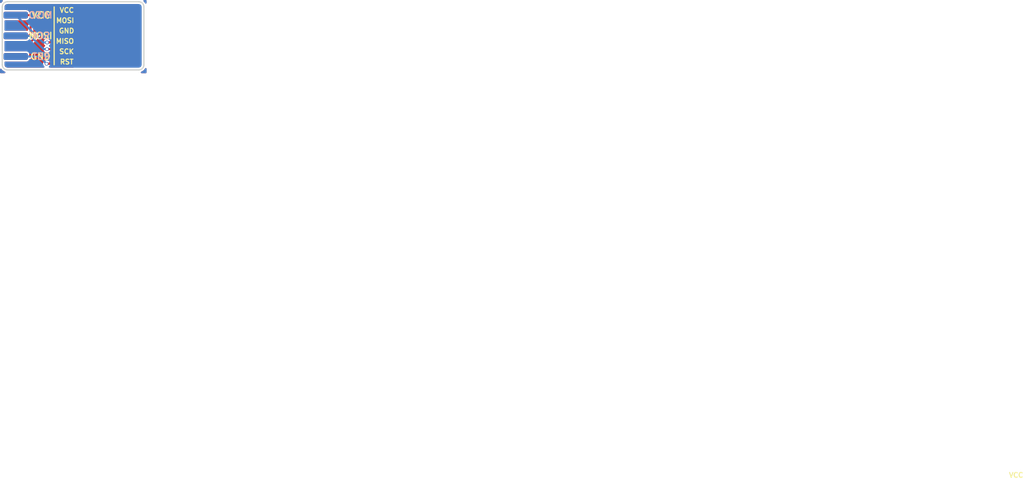
<source format=kicad_pcb>
(kicad_pcb (version 20171130) (host pcbnew "(5.0.0-3-g5ebb6b6)")

  (general
    (thickness 1.6)
    (drawings 16)
    (tracks 98)
    (zones 0)
    (modules 6)
    (nets 7)
  )

  (page A4)
  (layers
    (0 F.Cu signal)
    (31 B.Cu signal)
    (32 B.Adhes user)
    (33 F.Adhes user)
    (34 B.Paste user)
    (35 F.Paste user)
    (36 B.SilkS user)
    (37 F.SilkS user)
    (38 B.Mask user)
    (39 F.Mask user)
    (40 Dwgs.User user)
    (41 Cmts.User user)
    (42 Eco1.User user)
    (43 Eco2.User user)
    (44 Edge.Cuts user)
    (45 Margin user)
    (46 B.CrtYd user)
    (47 F.CrtYd user)
    (48 B.Fab user)
    (49 F.Fab user)
  )

  (setup
    (last_trace_width 0.25)
    (trace_clearance 0.2)
    (zone_clearance 0.508)
    (zone_45_only no)
    (trace_min 0.2)
    (segment_width 0.2)
    (edge_width 0.15)
    (via_size 0.8)
    (via_drill 0.4)
    (via_min_size 0.4)
    (via_min_drill 0.3)
    (uvia_size 0.3)
    (uvia_drill 0.1)
    (uvias_allowed no)
    (uvia_min_size 0.2)
    (uvia_min_drill 0.1)
    (pcb_text_width 0.3)
    (pcb_text_size 1.5 1.5)
    (mod_edge_width 0.15)
    (mod_text_size 1 1)
    (mod_text_width 0.15)
    (pad_size 1.524 1.524)
    (pad_drill 0.762)
    (pad_to_mask_clearance 0)
    (aux_axis_origin 0 0)
    (visible_elements FFFFFF7F)
    (pcbplotparams
      (layerselection 0x010fc_ffffffff)
      (usegerberextensions false)
      (usegerberattributes false)
      (usegerberadvancedattributes false)
      (creategerberjobfile false)
      (excludeedgelayer true)
      (linewidth 0.100000)
      (plotframeref false)
      (viasonmask false)
      (mode 1)
      (useauxorigin false)
      (hpglpennumber 1)
      (hpglpenspeed 20)
      (hpglpendiameter 15.000000)
      (psnegative false)
      (psa4output false)
      (plotreference true)
      (plotvalue true)
      (plotinvisibletext false)
      (padsonsilk false)
      (subtractmaskfromsilk false)
      (outputformat 1)
      (mirror false)
      (drillshape 1)
      (scaleselection 1)
      (outputdirectory ""))
  )

  (net 0 "")
  (net 1 /MISO)
  (net 2 /SCK)
  (net 3 /RST)
  (net 4 /GND)
  (net 5 /MOSI)
  (net 6 /VCC)

  (net_class Default "This is the default net class."
    (clearance 0.2)
    (trace_width 0.25)
    (via_dia 0.8)
    (via_drill 0.4)
    (uvia_dia 0.3)
    (uvia_drill 0.1)
    (add_net /GND)
    (add_net /MISO)
    (add_net /MOSI)
    (add_net /RST)
    (add_net /SCK)
    (add_net /VCC)
  )

  (module Connector:AVR-ISP-POGO-3 (layer F.Cu) (tedit 5BB0BCB8) (tstamp 5BB0BC56)
    (at 125.73 55.753)
    (path /5BB0BCFA)
    (fp_text reference J4 (at 0 5.08) (layer F.SilkS) hide
      (effects (font (size 1 1) (thickness 0.15)))
    )
    (fp_text value "1.VCC 2.MOSI 3.GND" (at 0 3.81) (layer F.Fab) hide
      (effects (font (size 1 1) (thickness 0.15)))
    )
    (pad 3 smd roundrect (at 0 0.762) (size 8 0.33) (layers F.Cu F.Paste F.Mask) (roundrect_rratio 0.25)
      (net 4 /GND))
    (pad 2 smd roundrect (at 0 -0.508) (size 8 0.33) (layers F.Cu F.Paste F.Mask) (roundrect_rratio 0.25)
      (net 5 /MOSI) (zone_connect 0))
    (pad 1 smd roundrect (at 0 -1.778) (size 8 0.33) (layers F.Cu F.Paste F.Mask) (roundrect_rratio 0.25)
      (net 6 /VCC))
    (pad 3 smd roundrect (at 0 1.27) (size 8 0.33) (layers F.Cu F.Paste F.Mask) (roundrect_rratio 0.25)
      (net 4 /GND))
    (pad 2 smd roundrect (at 0 0) (size 8 0.33) (layers F.Cu F.Paste F.Mask) (roundrect_rratio 0.25)
      (net 5 /MOSI) (zone_connect 0))
    (pad 1 smd roundrect (at 0 -1.27) (size 8 0.33) (layers F.Cu F.Paste F.Mask) (roundrect_rratio 0.25)
      (net 6 /VCC))
  )

  (module Connector:AVR-ISP-POGO-3 (layer F.Cu) (tedit 5BB0BCBB) (tstamp 5BB0BC4C)
    (at 125.73 59.563)
    (path /5BB0BCF3)
    (fp_text reference J3 (at 0 5.08) (layer F.SilkS) hide
      (effects (font (size 1 1) (thickness 0.15)))
    )
    (fp_text value "1.MISO 2.SCK 3.RST" (at 0 3.81) (layer F.Fab) hide
      (effects (font (size 1 1) (thickness 0.15)))
    )
    (pad 1 smd roundrect (at 0 -1.27) (size 8 0.33) (layers F.Cu F.Paste F.Mask) (roundrect_rratio 0.25)
      (net 1 /MISO))
    (pad 2 smd roundrect (at 0 0) (size 8 0.33) (layers F.Cu F.Paste F.Mask) (roundrect_rratio 0.25)
      (net 2 /SCK) (zone_connect 0))
    (pad 3 smd roundrect (at 0 1.27) (size 8 0.33) (layers F.Cu F.Paste F.Mask) (roundrect_rratio 0.25)
      (net 3 /RST))
    (pad 1 smd roundrect (at 0 -1.778) (size 8 0.33) (layers F.Cu F.Paste F.Mask) (roundrect_rratio 0.25)
      (net 1 /MISO))
    (pad 2 smd roundrect (at 0 -0.508) (size 8 0.33) (layers F.Cu F.Paste F.Mask) (roundrect_rratio 0.25)
      (net 2 /SCK) (zone_connect 0))
    (pad 3 smd roundrect (at 0 0.762) (size 8 0.33) (layers F.Cu F.Paste F.Mask) (roundrect_rratio 0.25)
      (net 3 /RST))
  )

  (module Connector:AVR-ISP-3 (layer F.Cu) (tedit 5BB0C1FB) (tstamp 5BB0BC42)
    (at 114.427 57.404)
    (path /5BB0BB17)
    (fp_text reference J2 (at 0 7.62) (layer F.SilkS) hide
      (effects (font (size 1 1) (thickness 0.15)))
    )
    (fp_text value "1.VCC 2.MOSI 3.GND" (at 0 5.08) (layer F.Fab) hide
      (effects (font (size 1 1) (thickness 0.15)))
    )
    (fp_text user GND (at 6.2484 -0.6096) (layer F.SilkS)
      (effects (font (size 0.6 0.6) (thickness 0.13)))
    )
    (fp_text user MOSI (at 6.0706 -1.8796) (layer F.SilkS)
      (effects (font (size 0.6 0.6) (thickness 0.13)))
    )
    (fp_text user VCC (at 6.2738 -3.1496) (layer F.SilkS)
      (effects (font (size 0.6 0.6) (thickness 0.13)))
    )
    (pad 3 smd roundrect (at 0 2.54) (size 3 0.85) (layers F.Cu F.Paste F.Mask) (roundrect_rratio 0.25)
      (net 4 /GND))
    (pad 2 smd roundrect (at 0 0) (size 3 0.85) (layers F.Cu F.Paste F.Mask) (roundrect_rratio 0.25)
      (net 5 /MOSI))
    (pad 1 smd roundrect (at 0 -2.54) (size 3 0.85) (layers F.Cu F.Paste F.Mask) (roundrect_rratio 0.25)
      (net 6 /VCC))
  )

  (module Connector:AVR-ISP-3 (layer B.Cu) (tedit 5BB0C220) (tstamp 5BB0BC38)
    (at 114.427 57.404 180)
    (path /5BB0BA74)
    (fp_text reference J1 (at 0 -7.62 180) (layer B.SilkS) hide
      (effects (font (size 1 1) (thickness 0.15)) (justify mirror))
    )
    (fp_text value "1.MISO 2.SCK 3.RST" (at 0 -5.08 180) (layer B.Fab) hide
      (effects (font (size 1 1) (thickness 0.15)) (justify mirror))
    )
    (fp_text user MISO (at -6.0452 -0.6604 180) (layer F.SilkS)
      (effects (font (size 0.6 0.6) (thickness 0.13)))
    )
    (fp_text user SCK (at -6.2484 -1.9304 180) (layer F.SilkS)
      (effects (font (size 0.6 0.6) (thickness 0.13)))
    )
    (fp_text user RST (at -6.2738 -3.2004 180) (layer F.SilkS)
      (effects (font (size 0.6 0.6) (thickness 0.13)))
    )
    (pad 1 smd roundrect (at 0 2.54 180) (size 3 0.85) (layers B.Cu B.Paste B.Mask) (roundrect_rratio 0.25)
      (net 1 /MISO))
    (pad 2 smd roundrect (at 0 0 180) (size 3 0.85) (layers B.Cu B.Paste B.Mask) (roundrect_rratio 0.25)
      (net 2 /SCK))
    (pad 3 smd roundrect (at 0 -2.54 180) (size 3 0.85) (layers B.Cu B.Paste B.Mask) (roundrect_rratio 0.25)
      (net 3 /RST))
  )

  (module "" (layer F.Cu) (tedit 0) (tstamp 0)
    (at 119.38 54.61)
    (fp_text reference "" (at 114.808 57.15) (layer F.SilkS)
      (effects (font (size 1.27 1.27) (thickness 0.15)))
    )
    (fp_text value "" (at 114.808 57.15) (layer F.SilkS)
      (effects (font (size 1.27 1.27) (thickness 0.15)))
    )
    (fp_text user VCC (at 117.906 56.8) (layer F.SilkS)
      (effects (font (size 0.6 0.6) (thickness 0.13)))
    )
  )

  (module LOGO:logo (layer B.Cu) (tedit 0) (tstamp 5BD47296)
    (at 127 57.4 90)
    (fp_text reference G*** (at 0 0 90) (layer B.SilkS) hide
      (effects (font (size 1.524 1.524) (thickness 0.3)) (justify mirror))
    )
    (fp_text value LOGO (at 0.75 0 90) (layer B.SilkS) hide
      (effects (font (size 1.524 1.524) (thickness 0.3)) (justify mirror))
    )
    (fp_poly (pts (xy 0.355117 1.824963) (xy 0.355994 1.823375) (xy 0.355901 1.822146) (xy 0.354859 1.820518)
      (xy 0.354185 1.819814) (xy 0.352341 1.81794) (xy 0.349353 1.814923) (xy 0.345248 1.810791)
      (xy 0.340054 1.80557) (xy 0.333798 1.799287) (xy 0.326506 1.791971) (xy 0.318207 1.783646)
      (xy 0.308926 1.774342) (xy 0.298691 1.764084) (xy 0.287529 1.752901) (xy 0.275467 1.740818)
      (xy 0.262533 1.727864) (xy 0.248752 1.714065) (xy 0.234153 1.699448) (xy 0.218763 1.684041)
      (xy 0.202608 1.66787) (xy 0.185715 1.650963) (xy 0.168112 1.633347) (xy 0.149826 1.615048)
      (xy 0.130883 1.596095) (xy 0.111312 1.576514) (xy 0.091138 1.556331) (xy 0.07039 1.535576)
      (xy 0.049093 1.514273) (xy 0.027276 1.492451) (xy 0.004965 1.470136) (xy -0.017813 1.447356)
      (xy -0.041031 1.424138) (xy -0.064661 1.400509) (xy -0.088676 1.376496) (xy -0.11305 1.352125)
      (xy -0.137755 1.327425) (xy -0.162764 1.302422) (xy -0.176352 1.288839) (xy -0.705899 0.75946)
      (xy -0.824331 0.759505) (xy -0.840977 0.759513) (xy -0.856012 0.759523) (xy -0.869518 0.759537)
      (xy -0.881578 0.759556) (xy -0.892273 0.75958) (xy -0.901687 0.759611) (xy -0.9099 0.75965)
      (xy -0.916997 0.759697) (xy -0.923058 0.759753) (xy -0.928166 0.759819) (xy -0.932404 0.759897)
      (xy -0.935853 0.759987) (xy -0.938596 0.76009) (xy -0.940715 0.760207) (xy -0.942293 0.760339)
      (xy -0.943412 0.760487) (xy -0.944153 0.760652) (xy -0.9446 0.760835) (xy -0.944668 0.760878)
      (xy -0.946227 0.762809) (xy -0.946573 0.764367) (xy -0.946386 0.764682) (xy -0.945809 0.76538)
      (xy -0.944824 0.766483) (xy -0.943409 0.768011) (xy -0.941544 0.769985) (xy -0.939208 0.772425)
      (xy -0.936381 0.775351) (xy -0.933043 0.778785) (xy -0.929173 0.782746) (xy -0.92475 0.787256)
      (xy -0.919755 0.792335) (xy -0.914166 0.798003) (xy -0.907963 0.804281) (xy -0.901127 0.81119)
      (xy -0.893635 0.81875) (xy -0.885468 0.826982) (xy -0.876606 0.835905) (xy -0.867027 0.845542)
      (xy -0.856712 0.855911) (xy -0.84564 0.867035) (xy -0.833791 0.878932) (xy -0.821143 0.891625)
      (xy -0.807677 0.905133) (xy -0.793372 0.919478) (xy -0.778208 0.934679) (xy -0.762164 0.950756)
      (xy -0.745219 0.967732) (xy -0.727354 0.985626) (xy -0.708548 1.004458) (xy -0.68878 1.02425)
      (xy -0.66803 1.045022) (xy -0.646278 1.066794) (xy -0.623502 1.089587) (xy -0.599683 1.113422)
      (xy -0.5748 1.138318) (xy -0.548832 1.164298) (xy -0.52176 1.19138) (xy -0.493562 1.219586)
      (xy -0.464218 1.248936) (xy -0.433708 1.279452) (xy -0.416348 1.296814) (xy 0.113877 1.8271)
      (xy 0.233794 1.827104) (xy 0.353712 1.827107) (xy 0.355117 1.824963)) (layer B.Mask) (width 0.01))
    (fp_poly (pts (xy -0.101849 1.827106) (xy -0.086729 1.827102) (xy -0.07314 1.827093) (xy -0.061002 1.82708)
      (xy -0.050233 1.827061) (xy -0.040753 1.827035) (xy -0.03248 1.827002) (xy -0.025335 1.82696)
      (xy -0.019235 1.826909) (xy -0.014101 1.826847) (xy -0.00985 1.826774) (xy -0.006402 1.82669)
      (xy -0.003677 1.826592) (xy -0.001593 1.82648) (xy -0.000069 1.826354) (xy 0.000976 1.826211)
      (xy 0.001622 1.826053) (xy 0.00195 1.825876) (xy 0.002026 1.825768) (xy 0.002447 1.823835)
      (xy 0.00254 1.822465) (xy 0.002255 1.822061) (xy 0.001389 1.82108) (xy -0.000076 1.819506)
      (xy -0.002156 1.81732) (xy -0.00487 1.814505) (xy -0.008233 1.811045) (xy -0.012264 1.806921)
      (xy -0.016979 1.802117) (xy -0.022396 1.796615) (xy -0.028531 1.790399) (xy -0.035403 1.78345)
      (xy -0.043027 1.775752) (xy -0.051422 1.767288) (xy -0.060605 1.75804) (xy -0.070592 1.74799)
      (xy -0.081401 1.737122) (xy -0.093049 1.725419) (xy -0.105554 1.712863) (xy -0.118931 1.699437)
      (xy -0.1332 1.685124) (xy -0.148376 1.669906) (xy -0.164477 1.653766) (xy -0.181521 1.636687)
      (xy -0.199523 1.618652) (xy -0.218502 1.599644) (xy -0.238475 1.579644) (xy -0.259459 1.558637)
      (xy -0.281471 1.536605) (xy -0.304528 1.51353) (xy -0.328647 1.489395) (xy -0.353847 1.464183)
      (xy -0.380142 1.437877) (xy -0.407552 1.41046) (xy -0.436093 1.381913) (xy -0.465783 1.352221)
      (xy -0.496638 1.321366) (xy -0.525991 1.292014) (xy -0.55113 1.266878) (xy -0.57598 1.242031)
      (xy -0.600515 1.2175) (xy -0.624708 1.193312) (xy -0.648531 1.169494) (xy -0.671958 1.146074)
      (xy -0.694961 1.123078) (xy -0.717513 1.100533) (xy -0.739587 1.078467) (xy -0.761156 1.056907)
      (xy -0.782193 1.03588) (xy -0.80267 1.015412) (xy -0.822561 0.995532) (xy -0.841838 0.976266)
      (xy -0.860474 0.957641) (xy -0.878442 0.939685) (xy -0.895715 0.922425) (xy -0.912266 0.905887)
      (xy -0.928067 0.890099) (xy -0.943092 0.875088) (xy -0.957313 0.860881) (xy -0.970703 0.847505)
      (xy -0.983236 0.834987) (xy -0.994883 0.823355) (xy -1.005618 0.812635) (xy -1.015414 0.802855)
      (xy -1.024243 0.794042) (xy -1.032079 0.786222) (xy -1.038893 0.779424) (xy -1.04466 0.773674)
      (xy -1.049352 0.768999) (xy -1.052942 0.765426) (xy -1.055402 0.762982) (xy -1.056706 0.761696)
      (xy -1.056916 0.761494) (xy -1.05931 0.75946) (xy -1.177618 0.75946) (xy -1.194121 0.759461)
      (xy -1.209015 0.759462) (xy -1.222383 0.759466) (xy -1.23431 0.759474) (xy -1.24488 0.759487)
      (xy -1.254177 0.759506) (xy -1.262284 0.759532) (xy -1.269285 0.759566) (xy -1.275266 0.759611)
      (xy -1.280309 0.759666) (xy -1.284499 0.759734) (xy -1.28792 0.759814) (xy -1.290655 0.75991)
      (xy -1.292789 0.760021) (xy -1.294406 0.760149) (xy -1.29559 0.760296) (xy -1.296424 0.760461)
      (xy -1.296993 0.760648) (xy -1.297381 0.760856) (xy -1.297672 0.761087) (xy -1.29778 0.761187)
      (xy -1.299132 0.762955) (xy -1.299633 0.764515) (xy -1.299036 0.765207) (xy -1.297252 0.767083)
      (xy -1.294294 0.770131) (xy -1.290173 0.774339) (xy -1.284901 0.779695) (xy -1.278491 0.786187)
      (xy -1.270955 0.793803) (xy -1.262304 0.80253) (xy -1.252551 0.812357) (xy -1.241707 0.823272)
      (xy -1.229785 0.835262) (xy -1.216796 0.848316) (xy -1.202753 0.862422) (xy -1.187668 0.877566)
      (xy -1.171553 0.893739) (xy -1.154419 0.910926) (xy -1.136279 0.929117) (xy -1.117144 0.948299)
      (xy -1.097028 0.96846) (xy -1.075941 0.989588) (xy -1.053896 1.011671) (xy -1.030904 1.034698)
      (xy -1.006979 1.058655) (xy -0.982131 1.083531) (xy -0.956373 1.109314) (xy -0.929717 1.135991)
      (xy -0.902175 1.163552) (xy -0.873759 1.191983) (xy -0.844481 1.221272) (xy -0.814353 1.251409)
      (xy -0.783387 1.282379) (xy -0.769155 1.296612) (xy -0.238676 1.827107) (xy -0.118582 1.827107)
      (xy -0.101849 1.827106)) (layer B.Mask) (width 0.01))
    (fp_poly (pts (xy -0.350565 1.825074) (xy -0.349872 1.82318) (xy -0.349838 1.821955) (xy -0.35045 1.821309)
      (xy -0.352232 1.819494) (xy -0.355158 1.816535) (xy -0.359201 1.81246) (xy -0.364334 1.807295)
      (xy -0.37053 1.801069) (xy -0.377761 1.793808) (xy -0.386002 1.785538) (xy -0.395225 1.776287)
      (xy -0.405403 1.766082) (xy -0.416509 1.75495) (xy -0.428516 1.742917) (xy -0.441397 1.730012)
      (xy -0.455126 1.71626) (xy -0.469675 1.701688) (xy -0.485017 1.686325) (xy -0.501126 1.670196)
      (xy -0.517974 1.653329) (xy -0.535535 1.63575) (xy -0.553782 1.617487) (xy -0.572687 1.598567)
      (xy -0.592223 1.579016) (xy -0.612365 1.558862) (xy -0.633084 1.538132) (xy -0.654354 1.516852)
      (xy -0.676148 1.495049) (xy -0.698438 1.472751) (xy -0.721199 1.449985) (xy -0.744402 1.426777)
      (xy -0.768022 1.403155) (xy -0.792031 1.379145) (xy -0.816402 1.354774) (xy -0.841108 1.33007)
      (xy -0.866122 1.30506) (xy -0.881008 1.290176) (xy -1.411816 0.759483) (xy -1.53043 0.759472)
      (xy -1.546975 0.759471) (xy -1.561909 0.759472) (xy -1.575317 0.759477) (xy -1.587282 0.759486)
      (xy -1.597887 0.7595) (xy -1.607216 0.759521) (xy -1.615352 0.759549) (xy -1.622378 0.759586)
      (xy -1.628378 0.759632) (xy -1.633436 0.75969) (xy -1.637634 0.759759) (xy -1.641057 0.759841)
      (xy -1.643787 0.759937) (xy -1.645908 0.760048) (xy -1.647503 0.760175) (xy -1.648656 0.760319)
      (xy -1.64945 0.760481) (xy -1.649969 0.760663) (xy -1.650296 0.760865) (xy -1.650445 0.761009)
      (xy -1.651568 0.763075) (xy -1.651846 0.764607) (xy -1.651611 0.764965) (xy -1.650892 0.765801)
      (xy -1.649671 0.767135) (xy -1.647929 0.768986) (xy -1.645646 0.771373) (xy -1.642803 0.774316)
      (xy -1.639383 0.777832) (xy -1.635365 0.781941) (xy -1.630731 0.786663) (xy -1.625462 0.792016)
      (xy -1.619538 0.798019) (xy -1.612942 0.804692) (xy -1.605653 0.812052) (xy -1.597653 0.820121)
      (xy -1.588923 0.828916) (xy -1.579444 0.838456) (xy -1.569197 0.848761) (xy -1.558163 0.859849)
      (xy -1.546323 0.871741) (xy -1.533658 0.884454) (xy -1.520149 0.898007) (xy -1.505777 0.912421)
      (xy -1.490523 0.927714) (xy -1.474368 0.943904) (xy -1.457294 0.961011) (xy -1.43928 0.979055)
      (xy -1.420309 0.998053) (xy -1.400361 1.018026) (xy -1.379417 1.038992) (xy -1.357459 1.06097)
      (xy -1.334467 1.083979) (xy -1.310422 1.108038) (xy -1.285306 1.133167) (xy -1.259098 1.159384)
      (xy -1.231782 1.186709) (xy -1.203337 1.215161) (xy -1.173744 1.244757) (xy -1.142984 1.275519)
      (xy -0.591396 1.827107) (xy -0.351653 1.827107) (xy -0.350565 1.825074)) (layer B.Mask) (width 0.01))
    (fp_poly (pts (xy 0.469482 1.474536) (xy 0.471197 1.473684) (xy 0.473287 1.472315) (xy 0.473287 1.23317)
      (xy -0.11598 0.64389) (xy -0.142522 0.61735) (xy -0.168775 0.5911) (xy -0.194713 0.565167)
      (xy -0.220312 0.539577) (xy -0.245545 0.514354) (xy -0.270387 0.489525) (xy -0.294812 0.465116)
      (xy -0.318795 0.44115) (xy -0.34231 0.417656) (xy -0.365331 0.394656) (xy -0.387832 0.372179)
      (xy -0.409789 0.350248) (xy -0.431175 0.32889) (xy -0.451965 0.30813) (xy -0.472133 0.287993)
      (xy -0.491654 0.268506) (xy -0.510502 0.249694) (xy -0.528651 0.231582) (xy -0.546075 0.214196)
      (xy -0.56275 0.197561) (xy -0.578649 0.181704) (xy -0.593747 0.166649) (xy -0.608018 0.152423)
      (xy -0.621437 0.13905) (xy -0.633977 0.126557) (xy -0.645614 0.114969) (xy -0.656321 0.104311)
      (xy -0.666074 0.094609) (xy -0.674845 0.08589) (xy -0.682611 0.078177) (xy -0.689345 0.071497)
      (xy -0.695021 0.065876) (xy -0.699614 0.061338) (xy -0.703098 0.05791) (xy -0.705448 0.055618)
      (xy -0.706638 0.054485) (xy -0.706788 0.054362) (xy -0.708505 0.054751) (xy -0.709765 0.055698)
      (xy -0.709965 0.056002) (xy -0.710146 0.056504) (xy -0.710308 0.057286) (xy -0.710453 0.058433)
      (xy -0.710581 0.060026) (xy -0.710694 0.062149) (xy -0.710792 0.064883) (xy -0.710877 0.068313)
      (xy -0.710949 0.07252) (xy -0.71101 0.077588) (xy -0.71106 0.083599) (xy -0.711101 0.090636)
      (xy -0.711133 0.098782) (xy -0.711157 0.10812) (xy -0.711175 0.118733) (xy -0.711187 0.130702)
      (xy -0.711195 0.144112) (xy -0.711199 0.159044) (xy -0.7112 0.175582) (xy -0.7112 0.295945)
      (xy -0.12204 0.885168) (xy -0.095503 0.911707) (xy -0.069256 0.937955) (xy -0.043324 0.963886)
      (xy -0.017733 0.989475) (xy 0.007491 1.014697) (xy 0.032324 1.039524) (xy 0.056738 1.063933)
      (xy 0.080709 1.087898) (xy 0.104212 1.111392) (xy 0.12722 1.134391) (xy 0.149707 1.156869)
      (xy 0.171649 1.178799) (xy 0.19302 1.200158) (xy 0.213793 1.220918) (xy 0.233945 1.241055)
      (xy 0.253448 1.260543) (xy 0.272277 1.279356) (xy 0.290407 1.297468) (xy 0.307812 1.314855)
      (xy 0.324467 1.331491) (xy 0.340345 1.347349) (xy 0.355422 1.362405) (xy 0.369671 1.376633)
      (xy 0.383067 1.390007) (xy 0.395585 1.402502) (xy 0.407199 1.414092) (xy 0.417883 1.424751)
      (xy 0.427611 1.434455) (xy 0.436359 1.443176) (xy 0.4441 1.450891) (xy 0.450809 1.457573)
      (xy 0.45646 1.463197) (xy 0.461028 1.467737) (xy 0.464487 1.471167) (xy 0.466811 1.473462)
      (xy 0.467976 1.474597) (xy 0.468114 1.474722) (xy 0.469482 1.474536)) (layer B.Mask) (width 0.01))
    (fp_poly (pts (xy 0.470639 1.121857) (xy 0.471062 1.121659) (xy 0.471438 1.121222) (xy 0.471769 1.120467)
      (xy 0.472058 1.11931) (xy 0.472308 1.117672) (xy 0.472522 1.115472) (xy 0.472703 1.112627)
      (xy 0.472852 1.109058) (xy 0.472975 1.104682) (xy 0.473072 1.099419) (xy 0.473147 1.093188)
      (xy 0.473202 1.085907) (xy 0.473241 1.077495) (xy 0.473267 1.067872) (xy 0.473281 1.056956)
      (xy 0.473288 1.044665) (xy 0.473289 1.03092) (xy 0.473288 1.015638) (xy 0.473287 0.999884)
      (xy 0.473287 0.880352) (xy -0.115769 0.291163) (xy -0.148611 0.258315) (xy -0.180276 0.226645)
      (xy -0.210783 0.196134) (xy -0.240153 0.166763) (xy -0.268404 0.138512) (xy -0.295557 0.111361)
      (xy -0.321631 0.085292) (xy -0.346645 0.060284) (xy -0.37062 0.036318) (xy -0.393574 0.013374)
      (xy -0.415528 -0.008567) (xy -0.436501 -0.029525) (xy -0.456512 -0.049518) (xy -0.475582 -0.068568)
      (xy -0.493729 -0.086693) (xy -0.510974 -0.103912) (xy -0.527336 -0.120246) (xy -0.542834 -0.135714)
      (xy -0.557489 -0.150335) (xy -0.571319 -0.164128) (xy -0.584345 -0.177115) (xy -0.596586 -0.189313)
      (xy -0.608061 -0.200743) (xy -0.61879 -0.211424) (xy -0.628793 -0.221375) (xy -0.63809 -0.230616)
      (xy -0.646699 -0.239167) (xy -0.654641 -0.247047) (xy -0.661935 -0.254276) (xy -0.668601 -0.260873)
      (xy -0.674659 -0.266858) (xy -0.680127 -0.27225) (xy -0.685025 -0.277069) (xy -0.689374 -0.281334)
      (xy -0.693193 -0.285065) (xy -0.696501 -0.288281) (xy -0.699318 -0.291002) (xy -0.701663 -0.293248)
      (xy -0.703557 -0.295037) (xy -0.705018 -0.29639) (xy -0.706066 -0.297326) (xy -0.706722 -0.297865)
      (xy -0.706997 -0.298026) (xy -0.709053 -0.297651) (xy -0.710184 -0.29701) (xy -0.710332 -0.296484)
      (xy -0.710467 -0.295175) (xy -0.710588 -0.293016) (xy -0.710696 -0.289945) (xy -0.710792 -0.285895)
      (xy -0.710877 -0.280803) (xy -0.71095 -0.274604) (xy -0.711013 -0.267232) (xy -0.711065 -0.258624)
      (xy -0.711108 -0.248715) (xy -0.711142 -0.237439) (xy -0.711168 -0.224733) (xy -0.711186 -0.210531)
      (xy -0.711196 -0.194769) (xy -0.7112 -0.177382) (xy -0.7112 -0.056647) (xy -0.121978 0.532593)
      (xy -0.086888 0.567683) (xy -0.052984 0.601583) (xy -0.020256 0.634306) (xy 0.011308 0.665862)
      (xy 0.041717 0.696261) (xy 0.070983 0.725513) (xy 0.099115 0.753628) (xy 0.126124 0.780618)
      (xy 0.152021 0.806493) (xy 0.176816 0.831262) (xy 0.200518 0.854937) (xy 0.22314 0.877528)
      (xy 0.244691 0.899045) (xy 0.265182 0.919499) (xy 0.284622 0.9389) (xy 0.303023 0.957258)
      (xy 0.320396 0.974584) (xy 0.336749 0.990888) (xy 0.352095 1.006181) (xy 0.366442 1.020474)
      (xy 0.379803 1.033775) (xy 0.392187 1.046097) (xy 0.403604 1.057449) (xy 0.414065 1.067842)
      (xy 0.423581 1.077285) (xy 0.432162 1.085791) (xy 0.439818 1.093368) (xy 0.44656 1.100028)
      (xy 0.452399 1.10578) (xy 0.457344 1.110636) (xy 0.461406 1.114605) (xy 0.464596 1.117699)
      (xy 0.466923 1.119926) (xy 0.4684 1.121299) (xy 0.469035 1.121827) (xy 0.469056 1.121834)
      (xy 0.469639 1.121863) (xy 0.470165 1.121898) (xy 0.470639 1.121857)) (layer B.Mask) (width 0.01))
    (fp_poly (pts (xy -0.998893 1.826941) (xy -0.975302 1.826938) (xy -0.952957 1.826933) (xy -0.931827 1.826926)
      (xy -0.911879 1.826917) (xy -0.893084 1.826907) (xy -0.875407 1.826895) (xy -0.858817 1.826881)
      (xy -0.843283 1.826865) (xy -0.828773 1.826847) (xy -0.815254 1.826826) (xy -0.802695 1.826804)
      (xy -0.791064 1.82678) (xy -0.780329 1.826753) (xy -0.770458 1.826725) (xy -0.761419 1.826694)
      (xy -0.753181 1.826661) (xy -0.745711 1.826625) (xy -0.738977 1.826587) (xy -0.732948 1.826547)
      (xy -0.727591 1.826504) (xy -0.722876 1.826459) (xy -0.718769 1.826411) (xy -0.71524 1.826361)
      (xy -0.712255 1.826308) (xy -0.709784 1.826252) (xy -0.707794 1.826193) (xy -0.706254 1.826132)
      (xy -0.705131 1.826068) (xy -0.704394 1.826002) (xy -0.704011 1.825932) (xy -0.703944 1.825899)
      (xy -0.702969 1.824102) (xy -0.702748 1.822723) (xy -0.703043 1.82231) (xy -0.703936 1.821303)
      (xy -0.705446 1.819684) (xy -0.707588 1.817438) (xy -0.710379 1.814546) (xy -0.713836 1.810993)
      (xy -0.717976 1.806761) (xy -0.722816 1.801833) (xy -0.728372 1.796193) (xy -0.734662 1.789824)
      (xy -0.741701 1.782708) (xy -0.749507 1.77483) (xy -0.758097 1.766171) (xy -0.767488 1.756717)
      (xy -0.777695 1.746448) (xy -0.788737 1.735349) (xy -0.800629 1.723404) (xy -0.813389 1.710594)
      (xy -0.827033 1.696903) (xy -0.841579 1.682314) (xy -0.857042 1.666811) (xy -0.87344 1.650376)
      (xy -0.89079 1.632993) (xy -0.909108 1.614645) (xy -0.928411 1.595315) (xy -0.948716 1.574986)
      (xy -0.97004 1.553641) (xy -0.992399 1.531264) (xy -1.01581 1.507837) (xy -1.040291 1.483344)
      (xy -1.065857 1.457768) (xy -1.092526 1.431092) (xy -1.120315 1.4033) (xy -1.149239 1.374373)
      (xy -1.179317 1.344296) (xy -1.210564 1.313052) (xy -1.233511 1.290109) (xy -1.76426 0.75946)
      (xy -1.833148 0.759393) (xy -1.846276 0.759377) (xy -1.857838 0.759352) (xy -1.867962 0.759315)
      (xy -1.876775 0.759261) (xy -1.884405 0.759187) (xy -1.890978 0.759088) (xy -1.896624 0.758961)
      (xy -1.901468 0.7588) (xy -1.905639 0.758603) (xy -1.909264 0.758364) (xy -1.91247 0.75808)
      (xy -1.915386 0.757747) (xy -1.918138 0.757361) (xy -1.920855 0.756917) (xy -1.923203 0.756496)
      (xy -1.926999 0.755807) (xy -1.930513 0.755186) (xy -1.933158 0.754736) (xy -1.933786 0.754636)
      (xy -1.936019 0.754154) (xy -1.937514 0.753586) (xy -1.937596 0.753529) (xy -1.9389 0.753003)
      (xy -1.941183 0.752445) (xy -1.942221 0.752255) (xy -1.944829 0.751737) (xy -1.946858 0.751183)
      (xy -1.947301 0.751008) (xy -1.948802 0.75042) (xy -1.951286 0.749565) (xy -1.95326 0.74893)
      (xy -1.959284 0.746922) (xy -1.965919 0.744505) (xy -1.972487 0.741937) (xy -1.978313 0.739476)
      (xy -1.979887 0.738764) (xy -1.982942 0.737389) (xy -1.985416 0.736344) (xy -1.986905 0.735797)
      (xy -1.987118 0.735754) (xy -1.988099 0.73515) (xy -1.988114 0.735119) (xy -1.989067 0.734279)
      (xy -1.991234 0.732944) (xy -1.994283 0.731304) (xy -1.997075 0.729931) (xy -1.99889 0.728904)
      (xy -1.999801 0.72806) (xy -1.999826 0.727957) (xy -2.000491 0.727324) (xy -2.000811 0.727287)
      (xy -2.00199 0.726822) (xy -2.004228 0.725564) (xy -2.007215 0.723721) (xy -2.010643 0.721499)
      (xy -2.014203 0.719105) (xy -2.017588 0.716747) (xy -2.020487 0.714631) (xy -2.022592 0.712964)
      (xy -2.023533 0.712048) (xy -2.024568 0.711176) (xy -2.025315 0.710705) (xy -2.02734 0.709278)
      (xy -2.030298 0.706833) (xy -2.033964 0.703587) (xy -2.038112 0.699755) (xy -2.042517 0.695554)
      (xy -2.046952 0.691201) (xy -2.051191 0.686911) (xy -2.05501 0.682902) (xy -2.058183 0.679389)
      (xy -2.059108 0.678306) (xy -2.06244 0.674192) (xy -2.065954 0.66962) (xy -2.069496 0.664813)
      (xy -2.072913 0.659995) (xy -2.076055 0.65539) (xy -2.078767 0.651221) (xy -2.080896 0.647713)
      (xy -2.082292 0.645089) (xy -2.0828 0.643573) (xy -2.0828 0.643561) (xy -2.083352 0.642664)
      (xy -2.083589 0.64262) (xy -2.084422 0.641915) (xy -2.084974 0.640715) (xy -2.08567 0.639053)
      (xy -2.086162 0.638387) (xy -2.086719 0.637521) (xy -2.087786 0.635528) (xy -2.089164 0.63282)
      (xy -2.09065 0.629806) (xy -2.092044 0.626897) (xy -2.093143 0.624503) (xy -2.093748 0.623035)
      (xy -2.093806 0.6228) (xy -2.094135 0.621898) (xy -2.094998 0.619888) (xy -2.096211 0.617198)
      (xy -2.096271 0.617068) (xy -2.097827 0.613439) (xy -2.099308 0.609578) (xy -2.100157 0.60706)
      (xy -2.101066 0.604173) (xy -2.10188 0.601738) (xy -2.102257 0.60071) (xy -2.103082 0.598403)
      (xy -2.103994 0.595487) (xy -2.104834 0.592525) (xy -2.105442 0.590078) (xy -2.10566 0.588748)
      (xy -2.106051 0.587024) (xy -2.106468 0.586094) (xy -2.107052 0.58449) (xy -2.107729 0.58186)
      (xy -2.108205 0.579544) (xy -2.108878 0.575871) (xy -2.109575 0.572074) (xy -2.109913 0.57023)
      (xy -2.110363 0.567429) (xy -2.11089 0.563615) (xy -2.111403 0.559458) (xy -2.111572 0.557954)
      (xy -2.112091 0.55326) (xy -2.112668 0.548096) (xy -2.113196 0.543439) (xy -2.11329 0.542618)
      (xy -2.113435 0.540491) (xy -2.113571 0.536807) (xy -2.113696 0.531704) (xy -2.113809 0.525317)
      (xy -2.113907 0.517784) (xy -2.11399 0.509241) (xy -2.114055 0.499826) (xy -2.114101 0.489674)
      (xy -2.114126 0.478923) (xy -2.114131 0.472345) (xy -2.114135 0.409364) (xy -2.180806 0.342698)
      (xy -2.243835 0.279669) (xy -2.256219 0.267284) (xy -2.283612 0.239891) (xy -2.29855 0.224952)
      (xy -2.314271 0.20923) (xy -2.33074 0.192761) (xy -2.347921 0.175579) (xy -2.365782 0.157718)
      (xy -2.384285 0.139213) (xy -2.423087 0.100411) (xy -2.443314 0.080182) (xy -2.464048 0.059447)
      (xy -2.485252 0.038242) (xy -2.506893 0.016601) (xy -2.528935 -0.005443) (xy -2.551345 -0.027853)
      (xy -2.574087 -0.050597) (xy -2.597127 -0.073638) (xy -2.62043 -0.096942) (xy -2.643962 -0.120475)
      (xy -2.667688 -0.144203) (xy -2.691574 -0.16809) (xy -2.71101 -0.187527) (xy -2.741605 -0.218122)
      (xy -2.771019 -0.247533) (xy -2.799265 -0.275774) (xy -2.82636 -0.302859) (xy -2.852317 -0.328804)
      (xy -2.877151 -0.353622) (xy -2.900876 -0.377328) (xy -2.923508 -0.399937) (xy -2.945059 -0.421463)
      (xy -2.965547 -0.441921) (xy -2.984983 -0.461325) (xy -3.003384 -0.47969) (xy -3.020764 -0.497029)
      (xy -3.037138 -0.513359) (xy -3.052519 -0.528692) (xy -3.066923 -0.543044) (xy -3.080363 -0.556429)
      (xy -3.092856 -0.568862) (xy -3.104414 -0.580357) (xy -3.115053 -0.590929) (xy -3.124788 -0.600591)
      (xy -3.133632 -0.60936) (xy -3.141601 -0.617248) (xy -3.148708 -0.624271) (xy -3.15497 -0.630444)
      (xy -3.160399 -0.635779) (xy -3.165011 -0.640293) (xy -3.16882 -0.644) (xy -3.17184 -0.646914)
      (xy -3.174087 -0.649049) (xy -3.175575 -0.650421) (xy -3.176318 -0.651043) (xy -3.176405 -0.651086)
      (xy -3.178528 -0.650502) (xy -3.179596 -0.649756) (xy -3.179674 -0.649576) (xy -3.179749 -0.649175)
      (xy -3.179821 -0.648518) (xy -3.17989 -0.647574) (xy -3.179956 -0.646309) (xy -3.180019 -0.644689)
      (xy -3.180079 -0.642683) (xy -3.180137 -0.640256) (xy -3.180191 -0.637376) (xy -3.180244 -0.63401)
      (xy -3.180293 -0.630124) (xy -3.180341 -0.625687) (xy -3.180385 -0.620664) (xy -3.180428 -0.615022)
      (xy -3.180468 -0.60873) (xy -3.180505 -0.601752) (xy -3.180541 -0.594058) (xy -3.180574 -0.585613)
      (xy -3.180606 -0.576384) (xy -3.180635 -0.566339) (xy -3.180662 -0.555444) (xy -3.180688 -0.543666)
      (xy -3.180711 -0.530973) (xy -3.180733 -0.517331) (xy -3.180753 -0.502707) (xy -3.180771 -0.487068)
      (xy -3.180788 -0.470382) (xy -3.180803 -0.452615) (xy -3.180816 -0.433733) (xy -3.180828 -0.413705)
      (xy -3.180839 -0.392497) (xy -3.180849 -0.370076) (xy -3.180857 -0.346409) (xy -3.180864 -0.321462)
      (xy -3.180869 -0.295204) (xy -3.180874 -0.2676) (xy -3.180878 -0.238618) (xy -3.18088 -0.208225)
      (xy -3.180882 -0.176388) (xy -3.180883 -0.143073) (xy -3.180883 -0.108248) (xy -3.180882 -0.07188)
      (xy -3.180881 -0.033935) (xy -3.180879 0.005619) (xy -3.180876 0.046816) (xy -3.180875 0.069699)
      (xy -3.180871 0.108247) (xy -3.180866 0.146112) (xy -3.180858 0.183262) (xy -3.18085 0.219665)
      (xy -3.180839 0.255288) (xy -3.180827 0.290099) (xy -3.180813 0.324066) (xy -3.180798 0.357156)
      (xy -3.180781 0.389338) (xy -3.180763 0.42058) (xy -3.180743 0.450849) (xy -3.180722 0.480112)
      (xy -3.1807 0.508339) (xy -3.180676 0.535495) (xy -3.180651 0.561551) (xy -3.180625 0.586472)
      (xy -3.180598 0.610227) (xy -3.180569 0.632784) (xy -3.180539 0.65411) (xy -3.180508 0.674173)
      (xy -3.180476 0.692942) (xy -3.180443 0.710383) (xy -3.180409 0.726465) (xy -3.180374 0.741156)
      (xy -3.180339 0.754422) (xy -3.180302 0.766233) (xy -3.180264 0.776556) (xy -3.180226 0.785358)
      (xy -3.180187 0.792607) (xy -3.180147 0.798272) (xy -3.180106 0.80232) (xy -3.180065 0.804718)
      (xy -3.180049 0.80518) (xy -3.17867 0.830451) (xy -3.176807 0.855474) (xy -3.174492 0.879935)
      (xy -3.171757 0.903521) (xy -3.168632 0.925917) (xy -3.16696 0.936414) (xy -3.165712 0.943855)
      (xy -3.164648 0.950059) (xy -3.163688 0.95546) (xy -3.162751 0.960492) (xy -3.161759 0.965592)
      (xy -3.160632 0.971193) (xy -3.160256 0.973032) (xy -3.159379 0.977321) (xy -3.15842 0.982019)
      (xy -3.157662 0.985732) (xy -3.156563 0.99096) (xy -3.155257 0.996906) (xy -3.153798 1.003345)
      (xy -3.152241 1.010055) (xy -3.150639 1.016813) (xy -3.149048 1.023393) (xy -3.147522 1.029573)
      (xy -3.146114 1.03513) (xy -3.144881 1.039839) (xy -3.143875 1.043477) (xy -3.143151 1.045821)
      (xy -3.142875 1.046513) (xy -3.142314 1.048128) (xy -3.141731 1.050613) (xy -3.141556 1.051561)
      (xy -3.141022 1.05416) (xy -3.14044 1.056179) (xy -3.14026 1.056608) (xy -3.13949 1.058521)
      (xy -3.138593 1.061305) (xy -3.137745 1.064332) (xy -3.137122 1.066976) (xy -3.1369 1.068541)
      (xy -3.136525 1.070096) (xy -3.136127 1.070565) (xy -3.135523 1.071631) (xy -3.134932 1.073733)
      (xy -3.134761 1.074637) (xy -3.134266 1.07706) (xy -3.133744 1.078781) (xy -3.133594 1.079077)
      (xy -3.133088 1.080084) (xy -3.132397 1.081961) (xy -3.131449 1.084924) (xy -3.130176 1.089187)
      (xy -3.1293 1.0922) (xy -3.128325 1.09548) (xy -3.127437 1.098293) (xy -3.126809 1.100098)
      (xy -3.12675 1.100244) (xy -3.126181 1.101753) (xy -3.125239 1.104428) (xy -3.124076 1.107826)
      (xy -3.123353 1.10998) (xy -3.122137 1.113596) (xy -3.121056 1.116749) (xy -3.120261 1.118997)
      (xy -3.11999 1.119717) (xy -3.119411 1.121236) (xy -3.118429 1.123895) (xy -3.117213 1.127237)
      (xy -3.116566 1.12903) (xy -3.115225 1.132701) (xy -3.113958 1.136065) (xy -3.112966 1.138596)
      (xy -3.112663 1.139318) (xy -3.111861 1.141486) (xy -3.111501 1.143107) (xy -3.1115 1.143171)
      (xy -3.111034 1.144818) (xy -3.110798 1.145159) (xy -3.110213 1.146264) (xy -3.109221 1.148567)
      (xy -3.107988 1.151674) (xy -3.107266 1.153584) (xy -3.105972 1.156964) (xy -3.104827 1.159758)
      (xy -3.103997 1.161572) (xy -3.103735 1.162008) (xy -3.10307 1.163555) (xy -3.103033 1.163967)
      (xy -3.102698 1.165309) (xy -3.101826 1.167628) (xy -3.100826 1.169936) (xy -3.099322 1.173306)
      (xy -3.097846 1.176754) (xy -3.097106 1.17856) (xy -3.095495 1.182457) (xy -3.09328 1.187564)
      (xy -3.090599 1.19357) (xy -3.089919 1.19507) (xy -3.088812 1.197554) (xy -3.08755 1.200444)
      (xy -3.087312 1.200997) (xy -3.085499 1.205079) (xy -3.083104 1.210248) (xy -3.080242 1.216277)
      (xy -3.077027 1.222937) (xy -3.073571 1.230001) (xy -3.069989 1.237241) (xy -3.066395 1.244428)
      (xy -3.062901 1.251335) (xy -3.059623 1.257733) (xy -3.056673 1.263396) (xy -3.054166 1.268093)
      (xy -3.052214 1.271599) (xy -3.051504 1.272798) (xy -3.050317 1.274844) (xy -3.048669 1.277822)
      (xy -3.046878 1.281156) (xy -3.04651 1.281854) (xy -3.044356 1.285823) (xy -3.041904 1.290148)
      (xy -3.03968 1.293901) (xy -3.03966 1.293934) (xy -3.038005 1.296731) (xy -3.03677 1.299008)
      (xy -3.036171 1.300357) (xy -3.036146 1.300495) (xy -3.035535 1.301306) (xy -3.035357 1.301327)
      (xy -3.034495 1.302025) (xy -3.034035 1.303005) (xy -3.033484 1.30409) (xy -3.03219 1.306363)
      (xy -3.030306 1.309572) (xy -3.027983 1.313467) (xy -3.025374 1.317798) (xy -3.022628 1.322314)
      (xy -3.019899 1.326765) (xy -3.017339 1.330899) (xy -3.015098 1.334466) (xy -3.013328 1.337215)
      (xy -3.013286 1.337279) (xy -3.01233 1.338752) (xy -3.0107 1.341281) (xy -3.008637 1.344493)
      (xy -3.006665 1.347573) (xy -3.003998 1.351684) (xy -3.001076 1.356097) (xy -2.998109 1.360502)
      (xy -2.995307 1.364591) (xy -2.992882 1.368055) (xy -2.991043 1.370587) (xy -2.990322 1.371514)
      (xy -2.989335 1.372841) (xy -2.987703 1.375161) (xy -2.98572 1.378056) (xy -2.984923 1.379238)
      (xy -2.982855 1.382265) (xy -2.980991 1.384893) (xy -2.979639 1.386696) (xy -2.979326 1.387072)
      (xy -2.978156 1.388549) (xy -2.976437 1.390908) (xy -2.974681 1.393435) (xy -2.972968 1.395917)
      (xy -2.971614 1.397803) (xy -2.970907 1.39869) (xy -2.970903 1.398694) (xy -2.970216 1.399516)
      (xy -2.968768 1.401388) (xy -2.966799 1.403995) (xy -2.965388 1.40589) (xy -2.96301 1.409054)
      (xy -2.960792 1.411923) (xy -2.959065 1.414073) (xy -2.958465 1.414772) (xy -2.957168 1.416345)
      (xy -2.956565 1.417349) (xy -2.95656 1.417394) (xy -2.956063 1.418332) (xy -2.954863 1.419887)
      (xy -2.954815 1.419943) (xy -2.952316 1.422877) (xy -2.95038 1.425215) (xy -2.948453 1.427631)
      (xy -2.947246 1.429174) (xy -2.945411 1.43152) (xy -2.943846 1.433485) (xy -2.942189 1.435512)
      (xy -2.940078 1.438048) (xy -2.937933 1.440604) (xy -2.935837 1.443105) (xy -2.933994 1.445316)
      (xy -2.93298 1.446543) (xy -2.931147 1.448756) (xy -2.928765 1.451596) (xy -2.926073 1.454782)
      (xy -2.923312 1.458033) (xy -2.920721 1.461065) (xy -2.91854 1.463599) (xy -2.917009 1.465352)
      (xy -2.916402 1.466014) (xy -2.915417 1.467041) (xy -2.913674 1.468943) (xy -2.911536 1.471321)
      (xy -2.911362 1.471517) (xy -2.904825 1.478789) (xy -2.898152 1.486077) (xy -2.891728 1.492962)
      (xy -2.885943 1.499026) (xy -2.885174 1.499819) (xy -2.881845 1.503245) (xy -2.878499 1.506696)
      (xy -2.875553 1.50974) (xy -2.873639 1.511724) (xy -2.869919 1.515508) (xy -2.865226 1.520158)
      (xy -2.859833 1.525412) (xy -2.854013 1.531012) (xy -2.848039 1.536696) (xy -2.842185 1.542206)
      (xy -2.836723 1.54728) (xy -2.831927 1.551659) (xy -2.828275 1.554904) (xy -2.825366 1.557455)
      (xy -2.822683 1.559842) (xy -2.820674 1.561665) (xy -2.820208 1.5621) (xy -2.815152 1.566736)
      (xy -2.809676 1.571484) (xy -2.807539 1.573261) (xy -2.80489 1.575458) (xy -2.80233 1.577623)
      (xy -2.801196 1.578602) (xy -2.79804 1.581351) (xy -2.795649 1.583379) (xy -2.793529 1.585096)
      (xy -2.791183 1.586912) (xy -2.790719 1.587266) (xy -2.788529 1.588966) (xy -2.786931 1.590269)
      (xy -2.78638 1.590778) (xy -2.785524 1.591553) (xy -2.783758 1.592996) (xy -2.782146 1.594262)
      (xy -2.778934 1.596764) (xy -2.776649 1.598583) (xy -2.774869 1.600064) (xy -2.773173 1.601548)
      (xy -2.773023 1.601682) (xy -2.771433 1.602976) (xy -2.770407 1.603581) (xy -2.770358 1.603587)
      (xy -2.769448 1.604101) (xy -2.767821 1.605385) (xy -2.767212 1.605915) (xy -2.765537 1.607297)
      (xy -2.762844 1.609395) (xy -2.759486 1.611937) (xy -2.75582 1.614651) (xy -2.755382 1.614971)
      (xy -2.751961 1.617479) (xy -2.749049 1.619635) (xy -2.746913 1.62124) (xy -2.745818 1.622096)
      (xy -2.74574 1.622168) (xy -2.744865 1.622866) (xy -2.743023 1.6242) (xy -2.741083 1.625557)
      (xy -2.73877 1.627181) (xy -2.737066 1.62843) (xy -2.736426 1.628955) (xy -2.735558 1.629629)
      (xy -2.733667 1.630956) (xy -2.731149 1.632659) (xy -2.730923 1.632809) (xy -2.728371 1.634529)
      (xy -2.726413 1.635893) (xy -2.725444 1.636627) (xy -2.72542 1.636651) (xy -2.724538 1.637339)
      (xy -2.722683 1.638648) (xy -2.720763 1.639953) (xy -2.718205 1.641672) (xy -2.714786 1.643978)
      (xy -2.711044 1.646508) (xy -2.708913 1.647952) (xy -2.705649 1.650154) (xy -2.702793 1.65206)
      (xy -2.700706 1.65343) (xy -2.69986 1.653964) (xy -2.698131 1.655022) (xy -2.695272 1.656815)
      (xy -2.691576 1.659155) (xy -2.687334 1.661859) (xy -2.682839 1.664739) (xy -2.678383 1.66761)
      (xy -2.67716 1.668402) (xy -2.673271 1.670873) (xy -2.669283 1.673329) (xy -2.665768 1.67542)
      (xy -2.664036 1.676402) (xy -2.661443 1.677904) (xy -2.659518 1.679165) (xy -2.658675 1.679912)
      (xy -2.658674 1.679914) (xy -2.657706 1.68062) (xy -2.657533 1.680634) (xy -2.656494 1.681056)
      (xy -2.654367 1.682196) (xy -2.651494 1.683864) (xy -2.649146 1.68529) (xy -2.646013 1.687212)
      (xy -2.643457 1.688747) (xy -2.641791 1.689711) (xy -2.641315 1.689947) (xy -2.640507 1.690334)
      (xy -2.638489 1.6914) (xy -2.635531 1.692998) (xy -2.631904 1.694983) (xy -2.630289 1.695874)
      (xy -2.626422 1.697983) (xy -2.623066 1.699762) (xy -2.620505 1.701062) (xy -2.619024 1.701738)
      (xy -2.6188 1.7018) (xy -2.617786 1.702372) (xy -2.617752 1.70244) (xy -2.616912 1.703087)
      (xy -2.614921 1.704253) (xy -2.612156 1.705722) (xy -2.61112 1.706245) (xy -2.607379 1.708132)
      (xy -2.603507 1.710121) (xy -2.6003 1.711801) (xy -2.600113 1.7119) (xy -2.597448 1.713275)
      (xy -2.593535 1.715229) (xy -2.588661 1.717624) (xy -2.583113 1.720323) (xy -2.577178 1.723188)
      (xy -2.571142 1.726081) (xy -2.565292 1.728864) (xy -2.559915 1.731401) (xy -2.555298 1.733553)
      (xy -2.551727 1.735184) (xy -2.55016 1.735874) (xy -2.547815 1.736877) (xy -2.544643 1.73823)
      (xy -2.541693 1.739488) (xy -2.538205 1.740981) (xy -2.534704 1.742492) (xy -2.53238 1.743505)
      (xy -2.529363 1.744813) (xy -2.52641 1.74607) (xy -2.525606 1.746406) (xy -2.52315 1.747441)
      (xy -2.521106 1.748329) (xy -2.52095 1.748399) (xy -2.519394 1.749048) (xy -2.516749 1.7501)
      (xy -2.513507 1.751361) (xy -2.512483 1.751754) (xy -2.509159 1.753033) (xy -2.506281 1.754155)
      (xy -2.504344 1.754925) (xy -2.504016 1.755061) (xy -2.499996 1.756705) (xy -2.496185 1.758117)
      (xy -2.492298 1.759435) (xy -2.489066 1.760556) (xy -2.486079 1.761683) (xy -2.484415 1.762381)
      (xy -2.482249 1.763223) (xy -2.480608 1.763605) (xy -2.480535 1.763607) (xy -2.47905 1.763969)
      (xy -2.478742 1.764187) (xy -2.477571 1.764865) (xy -2.475022 1.765898) (xy -2.471002 1.767319)
      (xy -2.466763 1.768729) (xy -2.463785 1.769733) (xy -2.461258 1.770641) (xy -2.45999 1.771146)
      (xy -2.458506 1.771699) (xy -2.455818 1.772604) (xy -2.452341 1.773722) (xy -2.449406 1.774636)
      (xy -2.445608 1.775822) (xy -2.442278 1.776893) (xy -2.439835 1.777715) (xy -2.438823 1.77809)
      (xy -2.437095 1.778707) (xy -2.4341 1.779657) (xy -2.430204 1.780833) (xy -2.425776 1.782128)
      (xy -2.421181 1.783434) (xy -2.416788 1.784644) (xy -2.413 1.785642) (xy -2.410291 1.786385)
      (xy -2.408042 1.787091) (xy -2.407496 1.787293) (xy -2.405817 1.787858) (xy -2.403113 1.788659)
      (xy -2.4003 1.789432) (xy -2.397112 1.790298) (xy -2.394304 1.791095) (xy -2.39268 1.79159)
      (xy -2.390321 1.792236) (xy -2.387611 1.792812) (xy -2.3876 1.792814) (xy -2.385061 1.793373)
      (xy -2.383001 1.794004) (xy -2.382943 1.794027) (xy -2.381098 1.794627) (xy -2.378037 1.795468)
      (xy -2.374202 1.796444) (xy -2.370034 1.797445) (xy -2.365975 1.798364) (xy -2.362466 1.799094)
      (xy -2.361353 1.799302) (xy -2.358528 1.799856) (xy -2.356276 1.800388) (xy -2.355426 1.800653)
      (xy -2.353969 1.801075) (xy -2.351422 1.801659) (xy -2.348653 1.802219) (xy -2.344861 1.802964)
      (xy -2.340443 1.803869) (xy -2.3368 1.804643) (xy -2.313845 1.809272) (xy -2.294043 1.812639)
      (xy -2.290472 1.813229) (xy -2.287241 1.813831) (xy -2.284967 1.81433) (xy -2.28473 1.814393)
      (xy -2.282572 1.814836) (xy -2.279433 1.815293) (xy -2.276263 1.815637) (xy -2.272564 1.816035)
      (xy -2.26892 1.816533) (xy -2.266526 1.816946) (xy -2.264207 1.817348) (xy -2.260678 1.817873)
      (xy -2.256411 1.818455) (xy -2.25188 1.819026) (xy -2.25171 1.819047) (xy -2.246842 1.819636)
      (xy -2.241892 1.820243) (xy -2.237463 1.820792) (xy -2.234353 1.821184) (xy -2.230336 1.821636)
      (xy -2.225567 1.822079) (xy -2.220988 1.822428) (xy -2.220383 1.822467) (xy -2.215821 1.822801)
      (xy -2.210845 1.823247) (xy -2.206447 1.823716) (xy -2.20599 1.823771) (xy -2.204664 1.823932)
      (xy -2.203311 1.824086) (xy -2.201895 1.824233) (xy -2.200385 1.824376) (xy -2.198745 1.824512)
      (xy -2.196942 1.824642) (xy -2.194943 1.824767) (xy -2.192712 1.824887) (xy -2.190216 1.825002)
      (xy -2.187422 1.825111) (xy -2.184296 1.825215) (xy -2.180803 1.825315) (xy -2.176911 1.82541)
      (xy -2.172584 1.8255) (xy -2.16779 1.825586) (xy -2.162493 1.825667) (xy -2.156662 1.825745)
      (xy -2.15026 1.825818) (xy -2.143256 1.825887) (xy -2.135615 1.825953) (xy -2.127302 1.826015)
      (xy -2.118285 1.826074) (xy -2.108529 1.826129) (xy -2.098001 1.826181) (xy -2.086666 1.82623)
      (xy -2.074491 1.826276) (xy -2.061442 1.826319) (xy -2.047485 1.826359) (xy -2.032586 1.826397)
      (xy -2.016711 1.826433) (xy -1.999827 1.826466) (xy -1.9819 1.826497) (xy -1.962895 1.826526)
      (xy -1.94278 1.826553) (xy -1.921519 1.826579) (xy -1.89908 1.826603) (xy -1.875428 1.826625)
      (xy -1.850529 1.826646) (xy -1.82435 1.826666) (xy -1.796857 1.826685) (xy -1.768016 1.826702)
      (xy -1.737793 1.826719) (xy -1.706154 1.826736) (xy -1.673066 1.826752) (xy -1.638494 1.826767)
      (xy -1.602404 1.826782) (xy -1.564764 1.826797) (xy -1.525538 1.826813) (xy -1.484694 1.826828)
      (xy -1.442197 1.826843) (xy -1.433559 1.826846) (xy -1.390856 1.826862) (xy -1.349815 1.826876)
      (xy -1.310403 1.826889) (xy -1.272589 1.8269) (xy -1.236341 1.82691) (xy -1.201626 1.826919)
      (xy -1.168414 1.826927) (xy -1.136671 1.826933) (xy -1.106367 1.826938) (xy -1.077469 1.826941)
      (xy -1.049945 1.826942) (xy -1.023764 1.826942) (xy -0.998893 1.826941)) (layer B.Mask) (width 0.01))
    (fp_poly (pts (xy -2.117148 0.298499) (xy -2.115852 0.298044) (xy -2.115613 0.297902) (xy -2.115397 0.297688)
      (xy -2.115204 0.29732) (xy -2.115031 0.296716) (xy -2.114877 0.295792) (xy -2.114742 0.294466)
      (xy -2.114625 0.292656) (xy -2.114523 0.290278) (xy -2.114436 0.28725) (xy -2.114363 0.28349)
      (xy -2.114302 0.278914) (xy -2.114253 0.27344) (xy -2.114214 0.266986) (xy -2.114184 0.259469)
      (xy -2.114162 0.250805) (xy -2.114146 0.240913) (xy -2.114136 0.22971) (xy -2.11413 0.217113)
      (xy -2.114127 0.203039) (xy -2.114127 0.187407) (xy -2.114126 0.17684) (xy -2.114126 0.05656)
      (xy -2.643922 -0.47337) (xy -2.674299 -0.503754) (xy -2.703502 -0.532963) (xy -2.731554 -0.56102)
      (xy -2.758478 -0.587949) (xy -2.784298 -0.613771) (xy -2.809036 -0.63851) (xy -2.832715 -0.662189)
      (xy -2.855359 -0.68483) (xy -2.87699 -0.706457) (xy -2.897632 -0.727093) (xy -2.917307 -0.746761)
      (xy -2.936039 -0.765483) (xy -2.95385 -0.783282) (xy -2.970765 -0.800182) (xy -2.986805 -0.816205)
      (xy -3.001994 -0.831374) (xy -3.016354 -0.845712) (xy -3.02991 -0.859243) (xy -3.042684 -0.871988)
      (xy -3.054699 -0.883972) (xy -3.065977 -0.895216) (xy -3.076543 -0.905745) (xy -3.086419 -0.91558)
      (xy -3.095629 -0.924745) (xy -3.104194 -0.933262) (xy -3.112139 -0.941155) (xy -3.119486 -0.948447)
      (xy -3.126259 -0.95516) (xy -3.13248 -0.961318) (xy -3.138173 -0.966943) (xy -3.14336 -0.972058)
      (xy -3.148065 -0.976686) (xy -3.15231 -0.980851) (xy -3.156119 -0.984575) (xy -3.159515 -0.987881)
      (xy -3.162521 -0.990791) (xy -3.16516 -0.99333) (xy -3.167454 -0.99552) (xy -3.169428 -0.997383)
      (xy -3.171103 -0.998943) (xy -3.172504 -1.000223) (xy -3.173652 -1.001245) (xy -3.174572 -1.002033)
      (xy -3.175286 -1.002609) (xy -3.175817 -1.002997) (xy -3.176189 -1.003219) (xy -3.176424 -1.003298)
      (xy -3.176446 -1.0033) (xy -3.178988 -1.002752) (xy -3.18005 -1.001662) (xy -3.180191 -1.000606)
      (xy -3.180319 -0.997979) (xy -3.180435 -0.993771) (xy -3.180538 -0.987971) (xy -3.180629 -0.980567)
      (xy -3.180707 -0.971548) (xy -3.180774 -0.960903) (xy -3.180828 -0.948622) (xy -3.180871 -0.934692)
      (xy -3.180901 -0.919103) (xy -3.18092 -0.901845) (xy -3.180926 -0.882905) (xy -3.180926 -0.762426)
      (xy -2.650701 -0.232193) (xy -2.625531 -0.207023) (xy -2.60065 -0.182145) (xy -2.576087 -0.157587)
      (xy -2.551867 -0.133374) (xy -2.528019 -0.109535) (xy -2.504568 -0.086095) (xy -2.481542 -0.063083)
      (xy -2.458969 -0.040524) (xy -2.436875 -0.018446) (xy -2.415286 0.003123) (xy -2.394231 0.024158)
      (xy -2.373736 0.044631) (xy -2.353828 0.064515) (xy -2.334535 0.083784) (xy -2.315882 0.102409)
      (xy -2.297898 0.120365) (xy -2.28061 0.137624) (xy -2.264043 0.15416) (xy -2.248226 0.169945)
      (xy -2.233185 0.184952) (xy -2.218947 0.199155) (xy -2.20554 0.212526) (xy -2.19299 0.225038)
      (xy -2.181325 0.236665) (xy -2.170571 0.24738) (xy -2.160756 0.257155) (xy -2.151906 0.265963)
      (xy -2.144049 0.273778) (xy -2.137211 0.280573) (xy -2.13142 0.286321) (xy -2.126702 0.290994)
      (xy -2.123085 0.294565) (xy -2.120595 0.297009) (xy -2.119261 0.298297) (xy -2.119027 0.298504)
      (xy -2.117148 0.298499)) (layer B.Mask) (width 0.01))
    (fp_poly (pts (xy 2.939817 0.18062) (xy 2.94132 0.179494) (xy 2.941556 0.179236) (xy 2.941769 0.178903)
      (xy 2.94196 0.178409) (xy 2.94213 0.177673) (xy 2.942281 0.176609) (xy 2.942414 0.175134)
      (xy 2.942529 0.173165) (xy 2.942629 0.170618) (xy 2.942714 0.167409) (xy 2.942785 0.163455)
      (xy 2.942845 0.158671) (xy 2.942892 0.152974) (xy 2.94293 0.146281) (xy 2.942959 0.138507)
      (xy 2.942981 0.129569) (xy 2.942995 0.119384) (xy 2.943005 0.107867) (xy 2.94301 0.094935)
      (xy 2.943013 0.080504) (xy 2.943013 0.06449) (xy 2.943014 0.058954) (xy 2.943014 -0.059893)
      (xy 2.412285 -0.590863) (xy 2.387107 -0.616051) (xy 2.36222 -0.640945) (xy 2.33765 -0.66552)
      (xy 2.313424 -0.689747) (xy 2.289569 -0.713601) (xy 2.266112 -0.737054) (xy 2.243081 -0.760079)
      (xy 2.220502 -0.782649) (xy 2.198402 -0.804737) (xy 2.176808 -0.826317) (xy 2.155747 -0.847362)
      (xy 2.135247 -0.867844) (xy 2.115333 -0.887736) (xy 2.096034 -0.907012) (xy 2.077376 -0.925645)
      (xy 2.059385 -0.943608) (xy 2.04209 -0.960873) (xy 2.025517 -0.977414) (xy 2.009693 -0.993205)
      (xy 1.994644 -1.008217) (xy 1.980399 -1.022425) (xy 1.966984 -1.0358) (xy 1.954425 -1.048317)
      (xy 1.942751 -1.059949) (xy 1.931988 -1.070667) (xy 1.922162 -1.080446) (xy 1.913301 -1.089259)
      (xy 1.905433 -1.097078) (xy 1.898583 -1.103877) (xy 1.892778 -1.109628) (xy 1.888047 -1.114305)
      (xy 1.884416 -1.117882) (xy 1.881911 -1.12033) (xy 1.88056 -1.121623) (xy 1.880315 -1.121833)
      (xy 1.878833 -1.121292) (xy 1.87722 -1.120107) (xy 1.875367 -1.11838) (xy 1.875367 -0.880109)
      (xy 2.406015 -0.349461) (xy 2.432677 -0.322801) (xy 2.458926 -0.296557) (xy 2.48474 -0.270751)
      (xy 2.510093 -0.245409) (xy 2.534963 -0.220554) (xy 2.559324 -0.19621) (xy 2.583154 -0.1724)
      (xy 2.606428 -0.149149) (xy 2.629123 -0.126481) (xy 2.651214 -0.104419) (xy 2.672678 -0.082986)
      (xy 2.69349 -0.062208) (xy 2.713627 -0.042108) (xy 2.733065 -0.022709) (xy 2.751779 -0.004036)
      (xy 2.769747 0.013888) (xy 2.786943 0.031038) (xy 2.803345 0.047391) (xy 2.818928 0.062924)
      (xy 2.833668 0.077611) (xy 2.847541 0.09143) (xy 2.860524 0.104356) (xy 2.872592 0.116365)
      (xy 2.883721 0.127435) (xy 2.893888 0.13754) (xy 2.903069 0.146657) (xy 2.91124 0.154762)
      (xy 2.918376 0.161832) (xy 2.924454 0.167842) (xy 2.92945 0.172768) (xy 2.93334 0.176587)
      (xy 2.936101 0.179275) (xy 2.937707 0.180808) (xy 2.938145 0.181187) (xy 2.939817 0.18062)) (layer B.Mask) (width 0.01))
    (fp_poly (pts (xy -2.116065 -0.05462) (xy -2.115142 -0.055202) (xy -2.114994 -0.055728) (xy -2.11486 -0.057037)
      (xy -2.114739 -0.059195) (xy -2.114631 -0.062265) (xy -2.114534 -0.066313) (xy -2.11445 -0.071403)
      (xy -2.114377 -0.0776) (xy -2.114314 -0.084968) (xy -2.114262 -0.093572) (xy -2.114218 -0.103477)
      (xy -2.114184 -0.114747) (xy -2.114159 -0.127447) (xy -2.114141 -0.141641) (xy -2.11413 -0.157394)
      (xy -2.114127 -0.174771) (xy -2.114126 -0.1762) (xy -2.114126 -0.296181) (xy -2.633199 -0.815264)
      (xy -2.663576 -0.845641) (xy -2.692779 -0.874843) (xy -2.72083 -0.902891) (xy -2.747751 -0.929808)
      (xy -2.773565 -0.955617) (xy -2.798293 -0.980338) (xy -2.821959 -1.003995) (xy -2.844585 -1.02661)
      (xy -2.866192 -1.048205) (xy -2.886804 -1.068802) (xy -2.906442 -1.088423) (xy -2.925129 -1.107091)
      (xy -2.942888 -1.124829) (xy -2.95974 -1.141657) (xy -2.975708 -1.157599) (xy -2.990815 -1.172677)
      (xy -3.005082 -1.186912) (xy -3.018532 -1.200328) (xy -3.031188 -1.212946) (xy -3.043071 -1.224789)
      (xy -3.054205 -1.235879) (xy -3.064611 -1.246238) (xy -3.074311 -1.255889) (xy -3.083329 -1.264853)
      (xy -3.091686 -1.273153) (xy -3.099405 -1.280811) (xy -3.106508 -1.287849) (xy -3.113018 -1.29429)
      (xy -3.118956 -1.300156) (xy -3.124346 -1.305469) (xy -3.129209 -1.310251) (xy -3.133568 -1.314525)
      (xy -3.137445 -1.318313) (xy -3.140863 -1.321637) (xy -3.143843 -1.324519) (xy -3.146409 -1.326982)
      (xy -3.148582 -1.329047) (xy -3.150385 -1.330738) (xy -3.151841 -1.332076) (xy -3.152971 -1.333083)
      (xy -3.153798 -1.333782) (xy -3.154344 -1.334195) (xy -3.154632 -1.334345) (xy -3.154648 -1.334346)
      (xy -3.157146 -1.333592) (xy -3.158392 -1.332259) (xy -3.159416 -1.330039) (xy -3.15976 -1.328232)
      (xy -3.16 -1.326075) (xy -3.160584 -1.323487) (xy -3.160628 -1.323334) (xy -3.16126 -1.320817)
      (xy -3.161956 -1.317513) (xy -3.162362 -1.315296) (xy -3.162957 -1.31184) (xy -3.163691 -1.307618)
      (xy -3.164409 -1.30353) (xy -3.164424 -1.303443) (xy -3.167151 -1.287475) (xy -3.16944 -1.272932)
      (xy -3.171228 -1.260263) (xy -3.171773 -1.256199) (xy -3.172286 -1.252516) (xy -3.172699 -1.249688)
      (xy -3.172904 -1.24841) (xy -3.173168 -1.2465) (xy -3.173517 -1.243396) (xy -3.173897 -1.239592)
      (xy -3.174136 -1.23698) (xy -3.17451 -1.232829) (xy -3.174995 -1.227583) (xy -3.175537 -1.221832)
      (xy -3.176079 -1.216168) (xy -3.176237 -1.214543) (xy -3.177164 -1.204153) (xy -3.178035 -1.192751)
      (xy -3.178828 -1.180735) (xy -3.179522 -1.168505) (xy -3.180095 -1.15646) (xy -3.180526 -1.145002)
      (xy -3.180794 -1.134528) (xy -3.180875 -1.127632) (xy -3.180926 -1.115227) (xy -2.65042 -0.584707)
      (xy -2.617801 -0.552088) (xy -2.586364 -0.520654) (xy -2.556095 -0.49039) (xy -2.526978 -0.461282)
      (xy -2.499 -0.433315) (xy -2.472147 -0.406475) (xy -2.446404 -0.380748) (xy -2.421756 -0.35612)
      (xy -2.39819 -0.332576) (xy -2.375691 -0.310102) (xy -2.354244 -0.288684) (xy -2.333836 -0.268307)
      (xy -2.314452 -0.248957) (xy -2.296077 -0.23062) (xy -2.278698 -0.213281) (xy -2.2623 -0.196927)
      (xy -2.246868 -0.181542) (xy -2.232389 -0.167114) (xy -2.218847 -0.153626) (xy -2.206229 -0.141066)
      (xy -2.194521 -0.129418) (xy -2.183707 -0.118669) (xy -2.173774 -0.108804) (xy -2.164707 -0.099809)
      (xy -2.156492 -0.091669) (xy -2.149115 -0.084371) (xy -2.14256 -0.0779) (xy -2.136815 -0.072241)
      (xy -2.131864 -0.067381) (xy -2.127693 -0.063305) (xy -2.124288 -0.059999) (xy -2.121634 -0.057448)
      (xy -2.119718 -0.055639) (xy -2.118524 -0.054556) (xy -2.118039 -0.054186) (xy -2.118036 -0.054186)
      (xy -2.116065 -0.05462)) (layer B.Mask) (width 0.01))
    (fp_poly (pts (xy 2.938939 -0.171505) (xy 2.940638 -0.172668) (xy 2.940783 -0.172781) (xy 2.943014 -0.174536)
      (xy 2.943014 -0.412923) (xy 2.412479 -0.943485) (xy 2.381507 -0.974457) (xy 2.35171 -1.004253)
      (xy 2.323068 -1.032893) (xy 2.295559 -1.060399) (xy 2.269161 -1.086791) (xy 2.243854 -1.112091)
      (xy 2.219616 -1.13632) (xy 2.196425 -1.159498) (xy 2.174262 -1.181649) (xy 2.153103 -1.202791)
      (xy 2.132929 -1.222948) (xy 2.113718 -1.242139) (xy 2.095448 -1.260386) (xy 2.078099 -1.27771)
      (xy 2.061649 -1.294132) (xy 2.046076 -1.309674) (xy 2.031361 -1.324357) (xy 2.01748 -1.338201)
      (xy 2.004414 -1.351228) (xy 1.99214 -1.36346) (xy 1.980638 -1.374916) (xy 1.969886 -1.385619)
      (xy 1.959864 -1.39559) (xy 1.950549 -1.40485) (xy 1.94192 -1.413419) (xy 1.933957 -1.42132)
      (xy 1.926638 -1.428573) (xy 1.919942 -1.435199) (xy 1.913847 -1.44122) (xy 1.908333 -1.446657)
      (xy 1.903377 -1.451531) (xy 1.898959 -1.455863) (xy 1.895058 -1.459674) (xy 1.891652 -1.462985)
      (xy 1.88872 -1.465819) (xy 1.886241 -1.468195) (xy 1.884193 -1.470135) (xy 1.882555 -1.47166)
      (xy 1.881306 -1.472792) (xy 1.880425 -1.473551) (xy 1.879891 -1.473958) (xy 1.879706 -1.474046)
      (xy 1.877475 -1.473392) (xy 1.876417 -1.472364) (xy 1.876264 -1.471784) (xy 1.876126 -1.470508)
      (xy 1.876002 -1.468469) (xy 1.87589 -1.465596) (xy 1.875792 -1.46182) (xy 1.875705 -1.457073)
      (xy 1.87563 -1.451285) (xy 1.875566 -1.444386) (xy 1.875512 -1.436308) (xy 1.875467 -1.426981)
      (xy 1.875431 -1.416336) (xy 1.875404 -1.404303) (xy 1.875385 -1.390814) (xy 1.875373 -1.3758)
      (xy 1.875367 -1.359189) (xy 1.875367 -1.232832) (xy 2.406257 -0.701929) (xy 2.43144 -0.676747)
      (xy 2.45633 -0.651858) (xy 2.480903 -0.627289) (xy 2.50513 -0.603067) (xy 2.528984 -0.579218)
      (xy 2.55244 -0.555771) (xy 2.575469 -0.532751) (xy 2.598044 -0.510185) (xy 2.62014 -0.488101)
      (xy 2.641728 -0.466526) (xy 2.662783 -0.445486) (xy 2.683276 -0.425008) (xy 2.703181 -0.405119)
      (xy 2.722471 -0.385847) (xy 2.74112 -0.367217) (xy 2.759099 -0.349257) (xy 2.776383 -0.331995)
      (xy 2.792943 -0.315456) (xy 2.808754 -0.299668) (xy 2.823789 -0.284657) (xy 2.838019 -0.270451)
      (xy 2.851419 -0.257077) (xy 2.863962 -0.244561) (xy 2.87562 -0.23293) (xy 2.886366 -0.222211)
      (xy 2.896174 -0.212432) (xy 2.905016 -0.203619) (xy 2.912866 -0.195799) (xy 2.919697 -0.188998)
      (xy 2.925481 -0.183245) (xy 2.930193 -0.178566) (xy 2.933804 -0.174987) (xy 2.936287 -0.172535)
      (xy 2.937617 -0.171239) (xy 2.93785 -0.171026) (xy 2.938939 -0.171505)) (layer B.Mask) (width 0.01))
    (fp_poly (pts (xy -2.11666 -0.40693) (xy -2.115608 -0.407578) (xy -2.115403 -0.407801) (xy -2.115217 -0.408197)
      (xy -2.11505 -0.408849) (xy -2.114901 -0.409839) (xy -2.114769 -0.411249) (xy -2.114653 -0.413162)
      (xy -2.114551 -0.415661) (xy -2.114464 -0.418828) (xy -2.114389 -0.422744) (xy -2.114326 -0.427494)
      (xy -2.114274 -0.433159) (xy -2.114232 -0.439821) (xy -2.114199 -0.447563) (xy -2.114173 -0.456468)
      (xy -2.114154 -0.466618) (xy -2.114141 -0.478095) (xy -2.114133 -0.490982) (xy -2.114129 -0.505361)
      (xy -2.114127 -0.521315) (xy -2.114127 -0.528836) (xy -2.114128 -0.64897) (xy -2.587424 -1.12227)
      (xy -2.611199 -1.146045) (xy -2.634684 -1.169528) (xy -2.657849 -1.19269) (xy -2.680665 -1.215502)
      (xy -2.703105 -1.237935) (xy -2.725139 -1.259962) (xy -2.746739 -1.281554) (xy -2.767876 -1.302682)
      (xy -2.788522 -1.323317) (xy -2.808648 -1.343431) (xy -2.828225 -1.362995) (xy -2.847225 -1.381981)
      (xy -2.865619 -1.40036) (xy -2.883379 -1.418103) (xy -2.900476 -1.435183) (xy -2.91688 -1.45157)
      (xy -2.932565 -1.467235) (xy -2.9475 -1.482151) (xy -2.961658 -1.496288) (xy -2.975009 -1.509618)
      (xy -2.987526 -1.522113) (xy -2.999179 -1.533743) (xy -3.009941 -1.544481) (xy -3.019781 -1.554297)
      (xy -3.028672 -1.563163) (xy -3.036585 -1.571051) (xy -3.043492 -1.577931) (xy -3.049363 -1.583776)
      (xy -3.054171 -1.588556) (xy -3.057886 -1.592244) (xy -3.06048 -1.59481) (xy -3.061924 -1.596226)
      (xy -3.062233 -1.596516) (xy -3.06388 -1.597001) (xy -3.065936 -1.596314) (xy -3.066033 -1.596263)
      (xy -3.067653 -1.595124) (xy -3.06832 -1.594083) (xy -3.068676 -1.593007) (xy -3.069656 -1.590714)
      (xy -3.071125 -1.587501) (xy -3.072949 -1.583668) (xy -3.073739 -1.582045) (xy -3.077973 -1.573333)
      (xy -3.081773 -1.565364) (xy -3.085057 -1.558312) (xy -3.087744 -1.552352) (xy -3.089754 -1.547661)
      (xy -3.090249 -1.546436) (xy -3.090971 -1.544766) (xy -3.092141 -1.542211) (xy -3.093143 -1.540086)
      (xy -3.09472 -1.536633) (xy -3.096284 -1.53297) (xy -3.096993 -1.531196) (xy -3.098308 -1.527938)
      (xy -3.099901 -1.524214) (xy -3.100826 -1.522149) (xy -3.101994 -1.519406) (xy -3.102794 -1.517156)
      (xy -3.103033 -1.51606) (xy -3.10347 -1.514634) (xy -3.103786 -1.514321) (xy -3.104532 -1.513225)
      (xy -3.105111 -1.511576) (xy -3.10586 -1.509316) (xy -3.10699 -1.506606) (xy -3.107262 -1.506029)
      (xy -3.108423 -1.503295) (xy -3.109283 -1.500701) (xy -3.109389 -1.500266) (xy -3.110019 -1.498332)
      (xy -3.110718 -1.497289) (xy -3.111407 -1.496119) (xy -3.111505 -1.495375) (xy -3.111888 -1.493629)
      (xy -3.112775 -1.491518) (xy -3.11366 -1.489582) (xy -3.11404 -1.488277) (xy -3.11404 -1.488259)
      (xy -3.114361 -1.486972) (xy -3.115141 -1.484958) (xy -3.11523 -1.484757) (xy -3.116224 -1.48233)
      (xy -3.117372 -1.479252) (xy -3.11786 -1.477856) (xy -3.118824 -1.475082) (xy -3.11967 -1.472748)
      (xy -3.119986 -1.47193) (xy -3.120541 -1.47042) (xy -3.12147 -1.467744) (xy -3.122621 -1.464345)
      (xy -3.123338 -1.462193) (xy -3.124542 -1.458632) (xy -3.125615 -1.455592) (xy -3.126407 -1.453491)
      (xy -3.126687 -1.452852) (xy -3.127336 -1.451148) (xy -3.127978 -1.448789) (xy -3.12801 -1.448646)
      (xy -3.128634 -1.44628) (xy -3.129275 -1.444508) (xy -3.129308 -1.444441) (xy -3.129862 -1.442985)
      (xy -3.13066 -1.440457) (xy -3.131466 -1.43764) (xy -3.132317 -1.434713) (xy -3.133084 -1.432419)
      (xy -3.133583 -1.43129) (xy -3.134069 -1.429995) (xy -3.134588 -1.427694) (xy -3.134792 -1.426474)
      (xy -3.135383 -1.422505) (xy -2.627367 -0.914452) (xy -2.602735 -0.88982) (xy -2.578394 -0.865481)
      (xy -2.554372 -0.841463) (xy -2.530695 -0.817795) (xy -2.507393 -0.794502) (xy -2.484492 -0.771614)
      (xy -2.46202 -0.749156) (xy -2.440005 -0.727158) (xy -2.418473 -0.705646) (xy -2.397454 -0.684648)
      (xy -2.376973 -0.664192) (xy -2.35706 -0.644304) (xy -2.337741 -0.625013) (xy -2.319045 -0.606346)
      (xy -2.300997 -0.588331) (xy -2.283628 -0.570994) (xy -2.266963 -0.554364) (xy -2.25103 -0.538469)
      (xy -2.235857 -0.523335) (xy -2.221472 -0.50899) (xy -2.207903 -0.495462) (xy -2.195176 -0.482778)
      (xy -2.183319 -0.470966) (xy -2.17236 -0.460053) (xy -2.162327 -0.450067) (xy -2.153247 -0.441036)
      (xy -2.145147 -0.432986) (xy -2.138056 -0.425946) (xy -2.132 -0.419942) (xy -2.127008 -0.415003)
      (xy -2.123108 -0.411156) (xy -2.120325 -0.408428) (xy -2.118689 -0.406848) (xy -2.118221 -0.406426)
      (xy -2.11666 -0.40693)) (layer B.Mask) (width 0.01))
    (fp_poly (pts (xy -2.045779 -1.04531) (xy -2.044464 -1.046438) (xy -2.04313 -1.047906) (xy -2.040508 -1.050375)
      (xy -2.036583 -1.053861) (xy -2.032 -1.057812) (xy -2.030309 -1.059198) (xy -2.02777 -1.061212)
      (xy -2.024882 -1.063458) (xy -2.02438 -1.063845) (xy -2.021781 -1.065851) (xy -2.019729 -1.067456)
      (xy -2.018572 -1.068387) (xy -2.018453 -1.068493) (xy -2.017176 -1.069492) (xy -2.01474 -1.071165)
      (xy -2.011444 -1.073326) (xy -2.007587 -1.075785) (xy -2.003466 -1.078354) (xy -1.99938 -1.080845)
      (xy -1.995628 -1.083071) (xy -1.99263 -1.084776) (xy -1.990384 -1.085942) (xy -1.987031 -1.0876)
      (xy -1.983008 -1.089542) (xy -1.978749 -1.091561) (xy -1.974691 -1.09345) (xy -1.97127 -1.095001)
      (xy -1.96977 -1.095655) (xy -1.967572 -1.096511) (xy -1.964274 -1.097703) (xy -1.960389 -1.099055)
      (xy -1.95643 -1.100391) (xy -1.95291 -1.101532) (xy -1.951143 -1.102074) (xy -1.946829 -1.103342)
      (xy -1.943722 -1.104235) (xy -1.941406 -1.104863) (xy -1.939467 -1.105339) (xy -1.93749 -1.105772)
      (xy -1.93675 -1.105927) (xy -1.934042 -1.106529) (xy -1.931906 -1.107074) (xy -1.931246 -1.107281)
      (xy -1.928871 -1.107924) (xy -1.925115 -1.108638) (xy -1.920289 -1.109386) (xy -1.914701 -1.110128)
      (xy -1.90866 -1.110825) (xy -1.902477 -1.111438) (xy -1.89646 -1.111928) (xy -1.8923 -1.112188)
      (xy -1.888118 -1.112462) (xy -1.884463 -1.1128) (xy -1.881717 -1.113158) (xy -1.880264 -1.113496)
      (xy -1.880235 -1.11351) (xy -1.879929 -1.113636) (xy -1.87961 -1.11373) (xy -1.879303 -1.113819)
      (xy -1.879035 -1.113929) (xy -1.87883 -1.114084) (xy -1.878714 -1.114311) (xy -1.878712 -1.114636)
      (xy -1.87885 -1.115084) (xy -1.879153 -1.115682) (xy -1.879646 -1.116455) (xy -1.880355 -1.117428)
      (xy -1.881305 -1.118629) (xy -1.882521 -1.120081) (xy -1.884029 -1.121812) (xy -1.885855 -1.123847)
      (xy -1.888023 -1.126212) (xy -1.89056 -1.128932) (xy -1.893489 -1.132034) (xy -1.896838 -1.135543)
      (xy -1.900631 -1.139485) (xy -1.904893 -1.143886) (xy -1.90965 -1.148771) (xy -1.914928 -1.154166)
      (xy -1.920751 -1.160098) (xy -1.927146 -1.166592) (xy -1.934137 -1.173673) (xy -1.94175 -1.181368)
      (xy -1.95001 -1.189702) (xy -1.958943 -1.198701) (xy -1.968574 -1.208392) (xy -1.978928 -1.218798)
      (xy -1.990032 -1.229948) (xy -2.001909 -1.241865) (xy -2.014586 -1.254577) (xy -2.028088 -1.268108)
      (xy -2.04244 -1.282485) (xy -2.057669 -1.297734) (xy -2.073798 -1.313879) (xy -2.090854 -1.330948)
      (xy -2.108861 -1.348966) (xy -2.127846 -1.367958) (xy -2.147834 -1.38795) (xy -2.168849 -1.408969)
      (xy -2.190919 -1.431039) (xy -2.214067 -1.454188) (xy -2.2637 -1.503821) (xy -2.290237 -1.530357)
      (xy -2.308221 -1.548341) (xy -2.336189 -1.576308) (xy -2.362983 -1.6031) (xy -2.388627 -1.628739)
      (xy -2.413143 -1.653248) (xy -2.436555 -1.676651) (xy -2.458885 -1.698969) (xy -2.480156 -1.720226)
      (xy -2.500391 -1.740444) (xy -2.519614 -1.759647) (xy -2.537847 -1.777858) (xy -2.555112 -1.795098)
      (xy -2.571434 -1.811391) (xy -2.586835 -1.82676) (xy -2.601338 -1.841228) (xy -2.614966 -1.854817)
      (xy -2.627741 -1.867551) (xy -2.639688 -1.879452) (xy -2.650828 -1.890542) (xy -2.661185 -1.900846)
      (xy -2.670781 -1.910385) (xy -2.679641 -1.919182) (xy -2.687785 -1.927261) (xy -2.695239 -1.934644)
      (xy -2.702024 -1.941354) (xy -2.708163 -1.947414) (xy -2.71368 -1.952847) (xy -2.718597 -1.957675)
      (xy -2.722937 -1.961922) (xy -2.726724 -1.965609) (xy -2.72998 -1.968761) (xy -2.732728 -1.9714)
      (xy -2.734991 -1.973548) (xy -2.736792 -1.975229) (xy -2.738155 -1.976466) (xy -2.739101 -1.97728)
      (xy -2.739655 -1.977696) (xy -2.73981 -1.977764) (xy -2.741496 -1.977231) (xy -2.744013 -1.975857)
      (xy -2.746903 -1.973898) (xy -2.747433 -1.973498) (xy -2.750175 -1.971392) (xy -2.752509 -1.969586)
      (xy -2.754017 -1.968408) (xy -2.754207 -1.968256) (xy -2.755852 -1.967044) (xy -2.757686 -1.965806)
      (xy -2.759684 -1.964404) (xy -2.761073 -1.963266) (xy -2.762308 -1.962225) (xy -2.76446 -1.960529)
      (xy -2.767084 -1.958526) (xy -2.76733 -1.958342) (xy -2.769834 -1.95645) (xy -2.771777 -1.954956)
      (xy -2.772786 -1.954146) (xy -2.772833 -1.954101) (xy -2.773609 -1.953447) (xy -2.775469 -1.95193)
      (xy -2.778175 -1.949743) (xy -2.781488 -1.947078) (xy -2.783416 -1.945532) (xy -2.787096 -1.942575)
      (xy -2.79043 -1.939878) (xy -2.793137 -1.937671) (xy -2.794934 -1.936183) (xy -2.795377 -1.935802)
      (xy -2.79706 -1.934349) (xy -2.799401 -1.93237) (xy -2.80088 -1.931134) (xy -2.803817 -1.928696)
      (xy -2.807031 -1.926026) (xy -2.808393 -1.924895) (xy -2.811165 -1.922538) (xy -2.814355 -1.919748)
      (xy -2.816517 -1.917811) (xy -2.819374 -1.915248) (xy -2.822804 -1.912222) (xy -2.826087 -1.909366)
      (xy -2.826242 -1.909233) (xy -2.829392 -1.906467) (xy -2.833122 -1.903112) (xy -2.836788 -1.899747)
      (xy -2.838014 -1.898603) (xy -2.841427 -1.895407) (xy -2.845069 -1.892011) (xy -2.848328 -1.888983)
      (xy -2.849369 -1.88802) (xy -2.855833 -1.881941) (xy -2.861225 -1.876638) (xy -2.865493 -1.872167)
      (xy -2.868587 -1.868584) (xy -2.870455 -1.865944) (xy -2.871046 -1.864361) (xy -2.870454 -1.863282)
      (xy -2.868783 -1.861223) (xy -2.866194 -1.858362) (xy -2.862846 -1.854875) (xy -2.858899 -1.850936)
      (xy -2.858624 -1.850667) (xy -2.857343 -1.849403) (xy -2.854896 -1.846973) (xy -2.851317 -1.843412)
      (xy -2.846638 -1.838751) (xy -2.84089 -1.833022) (xy -2.834107 -1.826259) (xy -2.826322 -1.818493)
      (xy -2.817565 -1.809756) (xy -2.807871 -1.800082) (xy -2.797271 -1.789503) (xy -2.785798 -1.77805)
      (xy -2.773484 -1.765757) (xy -2.760361 -1.752656) (xy -2.746463 -1.73878) (xy -2.731822 -1.724159)
      (xy -2.71647 -1.708828) (xy -2.700439 -1.692819) (xy -2.683762 -1.676163) (xy -2.666472 -1.658894)
      (xy -2.648601 -1.641043) (xy -2.630181 -1.622644) (xy -2.611245 -1.603728) (xy -2.591825 -1.584328)
      (xy -2.571953 -1.564477) (xy -2.551663 -1.544206) (xy -2.530987 -1.523548) (xy -2.509957 -1.502536)
      (xy -2.488605 -1.481202) (xy -2.466964 -1.459578) (xy -2.449255 -1.441882) (xy -2.42749 -1.420134)
      (xy -2.406017 -1.398682) (xy -2.38487 -1.377556) (xy -2.364078 -1.356789) (xy -2.343674 -1.336412)
      (xy -2.323688 -1.316454) (xy -2.304151 -1.296949) (xy -2.285096 -1.277926) (xy -2.266553 -1.259418)
      (xy -2.248554 -1.241455) (xy -2.231129 -1.224068) (xy -2.214311 -1.207289) (xy -2.19813 -1.191149)
      (xy -2.182617 -1.175679) (xy -2.167805 -1.160911) (xy -2.153724 -1.146874) (xy -2.140405 -1.133601)
      (xy -2.127881 -1.121123) (xy -2.116181 -1.109471) (xy -2.105338 -1.098677) (xy -2.095382 -1.08877)
      (xy -2.086346 -1.079783) (xy -2.078259 -1.071747) (xy -2.071155 -1.064693) (xy -2.065063 -1.058651)
      (xy -2.060015 -1.053655) (xy -2.056042 -1.049733) (xy -2.053176 -1.046918) (xy -2.051448 -1.045241)
      (xy -2.050891 -1.04473) (xy -2.0483 -1.044503) (xy -2.045779 -1.04531)) (layer B.Mask) (width 0.01))
    (fp_poly (pts (xy -1.630998 -1.112521) (xy -1.61591 -1.112525) (xy -1.602353 -1.112534) (xy -1.590244 -1.112548)
      (xy -1.579502 -1.112568) (xy -1.570045 -1.112595) (xy -1.561792 -1.112629) (xy -1.554661 -1.112672)
      (xy -1.548571 -1.112725) (xy -1.543439 -1.112788) (xy -1.539184 -1.112863) (xy -1.535726 -1.11295)
      (xy -1.532981 -1.11305) (xy -1.530868 -1.113164) (xy -1.529307 -1.113293) (xy -1.528214 -1.113438)
      (xy -1.527509 -1.113599) (xy -1.52711 -1.113779) (xy -1.527024 -1.11385) (xy -1.525925 -1.115741)
      (xy -1.525693 -1.11699) (xy -1.526287 -1.117678) (xy -1.528045 -1.119527) (xy -1.530933 -1.122505)
      (xy -1.534917 -1.126576) (xy -1.539963 -1.131708) (xy -1.546037 -1.137864) (xy -1.553105 -1.145013)
      (xy -1.561133 -1.153118) (xy -1.570086 -1.162147) (xy -1.579931 -1.172065) (xy -1.590632 -1.182838)
      (xy -1.602157 -1.194432) (xy -1.614471 -1.206812) (xy -1.62754 -1.219945) (xy -1.64133 -1.233796)
      (xy -1.655807 -1.248332) (xy -1.670936 -1.263518) (xy -1.686684 -1.27932) (xy -1.703016 -1.295703)
      (xy -1.719898 -1.312635) (xy -1.737296 -1.33008) (xy -1.755177 -1.348005) (xy -1.773505 -1.366375)
      (xy -1.792247 -1.385156) (xy -1.811369 -1.404314) (xy -1.830836 -1.423815) (xy -1.850615 -1.443626)
      (xy -1.870671 -1.46371) (xy -1.89097 -1.484036) (xy -1.911478 -1.504568) (xy -1.932161 -1.525272)
      (xy -1.952985 -1.546114) (xy -1.973916 -1.567061) (xy -1.994919 -1.588077) (xy -2.015961 -1.60913)
      (xy -2.037007 -1.630183) (xy -2.058024 -1.651205) (xy -2.078976 -1.67216) (xy -2.099831 -1.693014)
      (xy -2.120554 -1.713733) (xy -2.14111 -1.734283) (xy -2.161466 -1.75463) (xy -2.181587 -1.77474)
      (xy -2.20144 -1.794578) (xy -2.220991 -1.814111) (xy -2.240204 -1.833304) (xy -2.259047 -1.852124)
      (xy -2.277484 -1.870535) (xy -2.295482 -1.888505) (xy -2.313007 -1.905998) (xy -2.330025 -1.922981)
      (xy -2.346501 -1.93942) (xy -2.362402 -1.95528) (xy -2.377693 -1.970527) (xy -2.39234 -1.985127)
      (xy -2.406309 -1.999047) (xy -2.419565 -2.012251) (xy -2.432076 -2.024706) (xy -2.443806 -2.036378)
      (xy -2.454722 -2.047232) (xy -2.46479 -2.057235) (xy -2.473974 -2.066352) (xy -2.482242 -2.074549)
      (xy -2.489559 -2.081792) (xy -2.495891 -2.088047) (xy -2.501204 -2.093279) (xy -2.505463 -2.097455)
      (xy -2.508635 -2.100541) (xy -2.510686 -2.102502) (xy -2.511581 -2.103304) (xy -2.511615 -2.103323)
      (xy -2.513662 -2.103427) (xy -2.514632 -2.103266) (xy -2.516163 -2.102673) (xy -2.518917 -2.10151)
      (xy -2.522578 -2.099911) (xy -2.526831 -2.098013) (xy -2.527851 -2.097553) (xy -2.529775 -2.09674)
      (xy -2.530943 -2.096352) (xy -2.531001 -2.096346) (xy -2.53197 -2.09602) (xy -2.533995 -2.095174)
      (xy -2.53611 -2.09423) (xy -2.538632 -2.093106) (xy -2.540477 -2.092338) (xy -2.541157 -2.092113)
      (xy -2.542133 -2.091772) (xy -2.544338 -2.09084) (xy -2.547472 -2.089452) (xy -2.551235 -2.087741)
      (xy -2.555325 -2.085845) (xy -2.55905 -2.084083) (xy -2.564585 -2.081469) (xy -2.569354 -2.079277)
      (xy -2.573176 -2.077586) (xy -2.575867 -2.076477) (xy -2.577245 -2.076031) (xy -2.577312 -2.076026)
      (xy -2.578077 -2.07538) (xy -2.5781 -2.07518) (xy -2.578769 -2.07439) (xy -2.579158 -2.074329)
      (xy -2.580229 -2.073961) (xy -2.582538 -2.072943) (xy -2.585816 -2.071401) (xy -2.589795 -2.069459)
      (xy -2.59334 -2.067685) (xy -2.599129 -2.064745) (xy -2.604295 -2.062091) (xy -2.609292 -2.059488)
      (xy -2.614571 -2.056698) (xy -2.620588 -2.053483) (xy -2.62509 -2.051064) (xy -2.628238 -2.049378)
      (xy -2.631924 -2.047418) (xy -2.634403 -2.046107) (xy -2.637026 -2.044697) (xy -2.639005 -2.043582)
      (xy -2.639906 -2.043006) (xy -2.641063 -2.042227) (xy -2.643624 -2.040768) (xy -2.647471 -2.038694)
      (xy -2.648373 -2.038217) (xy -2.650368 -2.0371) (xy -2.651627 -2.036272) (xy -2.651759 -2.036149)
      (xy -2.652682 -2.035492) (xy -2.654619 -2.034327) (xy -2.656416 -2.033313) (xy -2.661882 -2.030266)
      (xy -2.666015 -2.027847) (xy -2.668994 -2.025915) (xy -2.670997 -2.024332) (xy -2.672201 -2.022958)
      (xy -2.672785 -2.021655) (xy -2.672926 -2.020394) (xy -2.672644 -2.019983) (xy -2.671783 -2.018999)
      (xy -2.670325 -2.017423) (xy -2.668252 -2.015237) (xy -2.665545 -2.012422) (xy -2.662185 -2.008959)
      (xy -2.658154 -2.004829) (xy -2.653433 -2.000013) (xy -2.648003 -1.994494) (xy -2.641846 -1.988252)
      (xy -2.634943 -1.981268) (xy -2.627275 -1.973523) (xy -2.618823 -1.965) (xy -2.60957 -1.955678)
      (xy -2.599496 -1.94554) (xy -2.588582 -1.934566) (xy -2.576811 -1.922739) (xy -2.564163 -1.910038)
      (xy -2.550619 -1.896446) (xy -2.536162 -1.881943) (xy -2.520771 -1.866512) (xy -2.50443 -1.850132)
      (xy -2.487118 -1.832786) (xy -2.468818 -1.814455) (xy -2.44951 -1.795119) (xy -2.429177 -1.77476)
      (xy -2.407798 -1.75336) (xy -2.385357 -1.7309) (xy -2.361833 -1.707361) (xy -2.337209 -1.682723)
      (xy -2.311465 -1.656969) (xy -2.284583 -1.63008) (xy -2.256545 -1.602037) (xy -2.227331 -1.572821)
      (xy -2.219983 -1.565473) (xy -1.76704 -1.11252) (xy -1.647697 -1.11252) (xy -1.630998 -1.112521)) (layer B.Mask) (width 0.01))
    (fp_poly (pts (xy 2.939654 -1.936007) (xy 2.941268 -1.937121) (xy 2.943014 -1.938866) (xy 2.943014 -2.057692)
      (xy 2.943013 -2.074252) (xy 2.94301 -2.089201) (xy 2.943004 -2.102625) (xy 2.942994 -2.114604)
      (xy 2.942979 -2.125224) (xy 2.942957 -2.134567) (xy 2.942928 -2.142717) (xy 2.942891 -2.149757)
      (xy 2.942844 -2.15577) (xy 2.942786 -2.16084) (xy 2.942717 -2.165049) (xy 2.942635 -2.168482)
      (xy 2.942539 -2.171222) (xy 2.942428 -2.173351) (xy 2.942301 -2.174954) (xy 2.942157 -2.176113)
      (xy 2.941995 -2.176913) (xy 2.941814 -2.177435) (xy 2.941612 -2.177764) (xy 2.941465 -2.177918)
      (xy 2.941156 -2.178113) (xy 2.940626 -2.17829) (xy 2.939793 -2.178448) (xy 2.938576 -2.17859)
      (xy 2.93689 -2.178715) (xy 2.934654 -2.178825) (xy 2.931787 -2.178921) (xy 2.928204 -2.179004)
      (xy 2.923824 -2.179075) (xy 2.918565 -2.179135) (xy 2.912344 -2.179184) (xy 2.905079 -2.179224)
      (xy 2.896687 -2.179255) (xy 2.887086 -2.179279) (xy 2.876194 -2.179296) (xy 2.863928 -2.179308)
      (xy 2.850206 -2.179315) (xy 2.834946 -2.179319) (xy 2.820172 -2.17932) (xy 2.803563 -2.179319)
      (xy 2.788565 -2.179317) (xy 2.775094 -2.179313) (xy 2.763068 -2.179305) (xy 2.752403 -2.179292)
      (xy 2.743017 -2.179274) (xy 2.734827 -2.179248) (xy 2.72775 -2.179213) (xy 2.721702 -2.179169)
      (xy 2.716602 -2.179115) (xy 2.712365 -2.179049) (xy 2.70891 -2.17897) (xy 2.706153 -2.178876)
      (xy 2.704011 -2.178768) (xy 2.702402 -2.178643) (xy 2.701242 -2.1785) (xy 2.700449 -2.178339)
      (xy 2.699939 -2.178158) (xy 2.69963 -2.177956) (xy 2.699438 -2.177732) (xy 2.699377 -2.177638)
      (xy 2.69853 -2.175738) (xy 2.698327 -2.174634) (xy 2.698917 -2.173899) (xy 2.700641 -2.172041)
      (xy 2.703428 -2.16913) (xy 2.70721 -2.165237) (xy 2.711917 -2.16043) (xy 2.717479 -2.154778)
      (xy 2.723826 -2.148352) (xy 2.73089 -2.141221) (xy 2.738599 -2.133453) (xy 2.746886 -2.12512)
      (xy 2.755679 -2.116289) (xy 2.76491 -2.107031) (xy 2.774508 -2.097414) (xy 2.784405 -2.08751)
      (xy 2.79453 -2.077385) (xy 2.804814 -2.067112) (xy 2.815188 -2.056758) (xy 2.825581 -2.046393)
      (xy 2.835924 -2.036086) (xy 2.846148 -2.025908) (xy 2.856183 -2.015928) (xy 2.865958 -2.006214)
      (xy 2.875406 -1.996837) (xy 2.884455 -1.987865) (xy 2.893036 -1.979369) (xy 2.901081 -1.971418)
      (xy 2.908518 -1.964081) (xy 2.915279 -1.957427) (xy 2.921294 -1.951527) (xy 2.926493 -1.946449)
      (xy 2.930806 -1.942264) (xy 2.934165 -1.939039) (xy 2.936499 -1.936846) (xy 2.937738 -1.935753)
      (xy 2.937915 -1.935639) (xy 2.939654 -1.936007)) (layer B.Mask) (width 0.01))
    (fp_poly (pts (xy 2.939508 -1.582976) (xy 2.941109 -1.584065) (xy 2.943014 -1.585654) (xy 2.943014 -1.823883)
      (xy 2.765309 -2.001601) (xy 2.587604 -2.17932) (xy 2.467875 -2.17932) (xy 2.450387 -2.179316)
      (xy 2.434528 -2.179306) (xy 2.420234 -2.179289) (xy 2.407438 -2.179264) (xy 2.396077 -2.17923)
      (xy 2.386086 -2.179188) (xy 2.3774 -2.179136) (xy 2.369955 -2.179074) (xy 2.363685 -2.179001)
      (xy 2.358527 -2.178918) (xy 2.354415 -2.178822) (xy 2.351286 -2.178715) (xy 2.349073 -2.178594)
      (xy 2.347713 -2.178461) (xy 2.34714 -2.178313) (xy 2.34713 -2.178304) (xy 2.346318 -2.17669)
      (xy 2.346114 -2.175287) (xy 2.346379 -2.174862) (xy 2.347192 -2.173897) (xy 2.348576 -2.172369)
      (xy 2.350555 -2.170253) (xy 2.353154 -2.167526) (xy 2.356396 -2.164162) (xy 2.360305 -2.160138)
      (xy 2.364906 -2.155429) (xy 2.370223 -2.150011) (xy 2.376279 -2.14386) (xy 2.383099 -2.136953)
      (xy 2.390706 -2.129263) (xy 2.399126 -2.120768) (xy 2.408381 -2.111443) (xy 2.418496 -2.101264)
      (xy 2.429496 -2.090206) (xy 2.441403 -2.078246) (xy 2.454243 -2.065359) (xy 2.468038 -2.05152)
      (xy 2.482814 -2.036707) (xy 2.498594 -2.020894) (xy 2.515403 -2.004057) (xy 2.533264 -1.986173)
      (xy 2.552201 -1.967216) (xy 2.572239 -1.947163) (xy 2.593402 -1.925989) (xy 2.615713 -1.90367)
      (xy 2.639197 -1.880182) (xy 2.641526 -1.877853) (xy 2.660278 -1.859102) (xy 2.678733 -1.840653)
      (xy 2.696853 -1.822543) (xy 2.714603 -1.804807) (xy 2.731947 -1.787482) (xy 2.748847 -1.770604)
      (xy 2.765269 -1.754208) (xy 2.781175 -1.738332) (xy 2.79653 -1.723011) (xy 2.811297 -1.708281)
      (xy 2.825441 -1.694178) (xy 2.838923 -1.680739) (xy 2.85171 -1.668) (xy 2.863764 -1.655996)
      (xy 2.875048 -1.644764) (xy 2.885528 -1.634339) (xy 2.895166 -1.624759) (xy 2.903926 -1.616059)
      (xy 2.911772 -1.608275) (xy 2.918668 -1.601443) (xy 2.924578 -1.595599) (xy 2.929465 -1.59078)
      (xy 2.933293 -1.587022) (xy 2.936026 -1.58436) (xy 2.937628 -1.582831) (xy 2.938071 -1.582448)
      (xy 2.939508 -1.582976)) (layer B.Mask) (width 0.01))
    (fp_poly (pts (xy 2.94037 -1.230812) (xy 2.941612 -1.231755) (xy 2.941808 -1.232065) (xy 2.941985 -1.232596)
      (xy 2.942144 -1.23343) (xy 2.942285 -1.234651) (xy 2.942411 -1.23634) (xy 2.942521 -1.238581)
      (xy 2.942618 -1.241456) (xy 2.942701 -1.245048) (xy 2.942771 -1.24944) (xy 2.942831 -1.254714)
      (xy 2.942879 -1.260952) (xy 2.942919 -1.268238) (xy 2.94295 -1.276655) (xy 2.942974 -1.286284)
      (xy 2.942991 -1.297209) (xy 2.943002 -1.309512) (xy 2.943009 -1.323276) (xy 2.943013 -1.338584)
      (xy 2.943014 -1.352195) (xy 2.943014 -1.471087) (xy 2.588895 -1.825203) (xy 2.234777 -2.179319)
      (xy 2.098163 -2.179319) (xy 2.083144 -2.179317) (xy 2.069654 -2.179312) (xy 2.057609 -2.179304)
      (xy 2.046926 -2.17929) (xy 2.037524 -2.179271) (xy 2.029318 -2.179244) (xy 2.022227 -2.17921)
      (xy 2.016168 -2.179165) (xy 2.011058 -2.17911) (xy 2.006814 -2.179044) (xy 2.003353 -2.178965)
      (xy 2.000594 -2.178872) (xy 1.998453 -2.178763) (xy 1.996848 -2.178639) (xy 1.995695 -2.178498)
      (xy 1.994913 -2.178338) (xy 1.994418 -2.178158) (xy 1.994128 -2.177958) (xy 1.99396 -2.177736)
      (xy 1.99393 -2.177682) (xy 1.993205 -2.175775) (xy 1.993054 -2.174787) (xy 1.993648 -2.174129)
      (xy 1.995411 -2.172304) (xy 1.998315 -2.169338) (xy 2.002331 -2.165262) (xy 2.007431 -2.160103)
      (xy 2.013585 -2.153891) (xy 2.020766 -2.146653) (xy 2.028944 -2.138419) (xy 2.038092 -2.129217)
      (xy 2.048181 -2.119076) (xy 2.059181 -2.108025) (xy 2.071065 -2.096091) (xy 2.083804 -2.083304)
      (xy 2.09737 -2.069693) (xy 2.111733 -2.055286) (xy 2.126866 -2.040111) (xy 2.142739 -2.024198)
      (xy 2.159324 -2.007575) (xy 2.176593 -1.99027) (xy 2.194516 -1.972313) (xy 2.213066 -1.953732)
      (xy 2.232214 -1.934555) (xy 2.251931 -1.914811) (xy 2.272189 -1.894529) (xy 2.292959 -1.873738)
      (xy 2.314213 -1.852465) (xy 2.335921 -1.830741) (xy 2.358056 -1.808593) (xy 2.380589 -1.78605)
      (xy 2.40349 -1.76314) (xy 2.426733 -1.739893) (xy 2.450288 -1.716337) (xy 2.464758 -1.701868)
      (xy 2.495516 -1.671114) (xy 2.525092 -1.641545) (xy 2.553503 -1.613144) (xy 2.580763 -1.585897)
      (xy 2.606887 -1.559788) (xy 2.63189 -1.534804) (xy 2.655788 -1.510928) (xy 2.678594 -1.488145)
      (xy 2.700326 -1.466442) (xy 2.720997 -1.445802) (xy 2.740622 -1.426212) (xy 2.759217 -1.407655)
      (xy 2.776796 -1.390116) (xy 2.793376 -1.373582) (xy 2.80897 -1.358036) (xy 2.823593 -1.343464)
      (xy 2.837262 -1.329851) (xy 2.84999 -1.317182) (xy 2.861794 -1.305442) (xy 2.872687 -1.294615)
      (xy 2.882686 -1.284688) (xy 2.891804 -1.275644) (xy 2.900058 -1.267469) (xy 2.907462 -1.260148)
      (xy 2.914032 -1.253665) (xy 2.919781 -1.248007) (xy 2.924726 -1.243157) (xy 2.928882 -1.239102)
      (xy 2.932263 -1.235825) (xy 2.934885 -1.233312) (xy 2.936762 -1.231549) (xy 2.93791 -1.230519)
      (xy 2.938337 -1.230206) (xy 2.94037 -1.230812)) (layer B.Mask) (width 0.01))
    (fp_poly (pts (xy 2.940373 -0.877752) (xy 2.941612 -0.878695) (xy 2.941808 -0.879004) (xy 2.941985 -0.879535)
      (xy 2.942143 -0.880369) (xy 2.942285 -0.881589) (xy 2.942411 -0.883278) (xy 2.942521 -0.885518)
      (xy 2.942617 -0.888391) (xy 2.9427 -0.891981) (xy 2.942771 -0.89637) (xy 2.94283 -0.901641)
      (xy 2.942879 -0.907876) (xy 2.942919 -0.915158) (xy 2.94295 -0.923569) (xy 2.942974 -0.933192)
      (xy 2.942991 -0.94411) (xy 2.943002 -0.956405) (xy 2.943009 -0.97016) (xy 2.943013 -0.985457)
      (xy 2.943014 -0.999317) (xy 2.943014 -1.11839) (xy 2.412564 -1.648855) (xy 2.381764 -1.679655)
      (xy 2.352139 -1.709279) (xy 2.323667 -1.737749) (xy 2.296326 -1.765086) (xy 2.270095 -1.791311)
      (xy 2.244951 -1.816448) (xy 2.220874 -1.840517) (xy 2.19784 -1.86354) (xy 2.175828 -1.885538)
      (xy 2.154817 -1.906535) (xy 2.134784 -1.926551) (xy 2.115708 -1.945608) (xy 2.097567 -1.963727)
      (xy 2.080339 -1.980932) (xy 2.064002 -1.997242) (xy 2.048534 -2.012681) (xy 2.033914 -2.027269)
      (xy 2.02012 -2.041029) (xy 2.007129 -2.053982) (xy 1.994921 -2.06615) (xy 1.983473 -2.077555)
      (xy 1.972763 -2.088218) (xy 1.96277 -2.098161) (xy 1.953472 -2.107406) (xy 1.944846 -2.115974)
      (xy 1.936872 -2.123888) (xy 1.929527 -2.131169) (xy 1.922789 -2.137839) (xy 1.916637 -2.143919)
      (xy 1.911049 -2.149432) (xy 1.906003 -2.154398) (xy 1.901477 -2.158841) (xy 1.897449 -2.16278)
      (xy 1.893898 -2.166239) (xy 1.890802 -2.169239) (xy 1.888138 -2.171802) (xy 1.885885 -2.173948)
      (xy 1.884022 -2.175701) (xy 1.882526 -2.177082) (xy 1.881375 -2.178112) (xy 1.880548 -2.178814)
      (xy 1.880023 -2.179209) (xy 1.879791 -2.17932) (xy 1.877478 -2.17867) (xy 1.876417 -2.177638)
      (xy 1.876285 -2.176593) (xy 1.876161 -2.173972) (xy 1.876045 -2.169894) (xy 1.875937 -2.164476)
      (xy 1.875837 -2.157836) (xy 1.875745 -2.150091) (xy 1.875663 -2.14136) (xy 1.875588 -2.13176)
      (xy 1.875523 -2.121409) (xy 1.875466 -2.110424) (xy 1.875418 -2.098924) (xy 1.87538 -2.087026)
      (xy 1.87535 -2.074848) (xy 1.87533 -2.062508) (xy 1.875319 -2.050123) (xy 1.875318 -2.037812)
      (xy 1.875326 -2.025691) (xy 1.875344 -2.01388) (xy 1.875372 -2.002495) (xy 1.87541 -1.991654)
      (xy 1.875458 -1.981476) (xy 1.875516 -1.972077) (xy 1.875585 -1.963576) (xy 1.875664 -1.956091)
      (xy 1.875753 -1.949739) (xy 1.875853 -1.944637) (xy 1.875964 -1.940905) (xy 1.876086 -1.938659)
      (xy 1.876185 -1.93802) (xy 1.876818 -1.937365) (xy 1.87862 -1.93554) (xy 1.881566 -1.932571)
      (xy 1.885628 -1.928487) (xy 1.89078 -1.923313) (xy 1.896995 -1.917077) (xy 1.904244 -1.909806)
      (xy 1.912502 -1.901527) (xy 1.921742 -1.892267) (xy 1.931936 -1.882053) (xy 1.943057 -1.870912)
      (xy 1.955079 -1.858871) (xy 1.967974 -1.845956) (xy 1.981716 -1.832196) (xy 1.996277 -1.817617)
      (xy 2.011631 -1.802246) (xy 2.02775 -1.786111) (xy 2.044607 -1.769237) (xy 2.062176 -1.751653)
      (xy 2.080429 -1.733384) (xy 2.09934 -1.71446) (xy 2.118881 -1.694905) (xy 2.139025 -1.674748)
      (xy 2.159746 -1.654015) (xy 2.181017 -1.632733) (xy 2.202809 -1.61093) (xy 2.225098 -1.588632)
      (xy 2.247854 -1.565867) (xy 2.271052 -1.542661) (xy 2.294664 -1.519041) (xy 2.318664 -1.495036)
      (xy 2.343024 -1.47067) (xy 2.367718 -1.445973) (xy 2.392718 -1.420969) (xy 2.406738 -1.406948)
      (xy 2.439522 -1.374163) (xy 2.471124 -1.342563) (xy 2.501556 -1.312135) (xy 2.530832 -1.282866)
      (xy 2.558966 -1.254742) (xy 2.585971 -1.227749) (xy 2.611861 -1.201876) (xy 2.636648 -1.177107)
      (xy 2.660346 -1.15343) (xy 2.68297 -1.130832) (xy 2.704531 -1.109299) (xy 2.725044 -1.088817)
      (xy 2.744522 -1.069373) (xy 2.762978 -1.050955) (xy 2.780426 -1.033548) (xy 2.796879 -1.017139)
      (xy 2.812351 -1.001715) (xy 2.826855 -0.987263) (xy 2.840404 -0.973768) (xy 2.853012 -0.961218)
      (xy 2.864693 -0.9496) (xy 2.875459 -0.9389) (xy 2.885324 -0.929104) (xy 2.894301 -0.920199)
      (xy 2.902405 -0.912172) (xy 2.909648 -0.90501) (xy 2.916043 -0.898699) (xy 2.921605 -0.893226)
      (xy 2.926346 -0.888577) (xy 2.93028 -0.884739) (xy 2.933421 -0.881699) (xy 2.935782 -0.879443)
      (xy 2.937375 -0.877958) (xy 2.938216 -0.87723) (xy 2.938355 -0.877146) (xy 2.940373 -0.877752)) (layer B.Mask) (width 0.01))
    (fp_poly (pts (xy 2.51177 1.827106) (xy 2.542843 1.827105) (xy 2.572378 1.827103) (xy 2.600415 1.8271)
      (xy 2.626993 1.827096) (xy 2.652151 1.827092) (xy 2.675929 1.827086) (xy 2.698365 1.827079)
      (xy 2.719498 1.827071) (xy 2.739367 1.827062) (xy 2.758012 1.827051) (xy 2.775471 1.827038)
      (xy 2.791784 1.827024) (xy 2.80699 1.827007) (xy 2.821127 1.826989) (xy 2.834235 1.826968)
      (xy 2.846353 1.826946) (xy 2.857519 1.826921) (xy 2.867774 1.826893) (xy 2.877156 1.826863)
      (xy 2.885704 1.82683) (xy 2.893456 1.826795) (xy 2.900453 1.826757) (xy 2.906734 1.826715)
      (xy 2.912336 1.826671) (xy 2.917301 1.826623) (xy 2.921665 1.826572) (xy 2.925469 1.826517)
      (xy 2.928752 1.826459) (xy 2.931552 1.826397) (xy 2.933909 1.826331) (xy 2.935862 1.826262)
      (xy 2.937449 1.826188) (xy 2.938711 1.82611) (xy 2.939686 1.826028) (xy 2.940412 1.825942)
      (xy 2.94093 1.825851) (xy 2.941278 1.825755) (xy 2.941495 1.825655) (xy 2.941612 1.825559)
      (xy 2.941692 1.825396) (xy 2.941768 1.825063) (xy 2.941841 1.82453) (xy 2.941912 1.823762)
      (xy 2.94198 1.822729) (xy 2.942044 1.821398) (xy 2.942106 1.819736) (xy 2.942166 1.817712)
      (xy 2.942222 1.815292) (xy 2.942277 1.812446) (xy 2.942328 1.809139) (xy 2.942378 1.805342)
      (xy 2.942424 1.80102) (xy 2.942469 1.796142) (xy 2.942511 1.790675) (xy 2.942551 1.784587)
      (xy 2.942589 1.777847) (xy 2.942625 1.770421) (xy 2.942658 1.762277) (xy 2.94269 1.753383)
      (xy 2.94272 1.743708) (xy 2.942748 1.733218) (xy 2.942774 1.721881) (xy 2.942798 1.709665)
      (xy 2.942821 1.696538) (xy 2.942842 1.682468) (xy 2.942862 1.667421) (xy 2.94288 1.651367)
      (xy 2.942896 1.634272) (xy 2.942911 1.616105) (xy 2.942925 1.596833) (xy 2.942938 1.576424)
      (xy 2.942949 1.554846) (xy 2.942959 1.532066) (xy 2.942968 1.508052) (xy 2.942976 1.482772)
      (xy 2.942983 1.456193) (xy 2.94299 1.428284) (xy 2.942995 1.399011) (xy 2.942999 1.368344)
      (xy 2.943003 1.336249) (xy 2.943006 1.302694) (xy 2.943009 1.267647) (xy 2.94301 1.231076)
      (xy 2.943012 1.192949) (xy 2.943013 1.153232) (xy 2.943013 1.068904) (xy 2.943014 1.058405)
      (xy 2.943014 0.2928) (xy 2.412365 -0.237987) (xy 1.881717 -0.768773) (xy 0.705697 -0.768793)
      (xy 0.473287 -1.001251) (xy 0.473287 -1.589269) (xy 0.473286 -1.62881) (xy 0.473284 -1.666687)
      (xy 0.473281 -1.70293) (xy 0.473277 -1.737568) (xy 0.473271 -1.770633) (xy 0.473264 -1.802153)
      (xy 0.473255 -1.832157) (xy 0.473244 -1.860677) (xy 0.473232 -1.887741) (xy 0.473219 -1.91338)
      (xy 0.473203 -1.937623) (xy 0.473186 -1.960499) (xy 0.473168 -1.982039) (xy 0.473147 -2.002272)
      (xy 0.473124 -2.021228) (xy 0.4731 -2.038937) (xy 0.473073 -2.055428) (xy 0.473044 -2.070731)
      (xy 0.473013 -2.084876) (xy 0.472981 -2.097893) (xy 0.472945 -2.109812) (xy 0.472908 -2.120661)
      (xy 0.472868 -2.130472) (xy 0.472826 -2.139273) (xy 0.472782 -2.147094) (xy 0.472735 -2.153965)
      (xy 0.472685 -2.159916) (xy 0.472633 -2.164977) (xy 0.472578 -2.169177) (xy 0.472521 -2.172546)
      (xy 0.472461 -2.175114) (xy 0.472398 -2.17691) (xy 0.472332 -2.177965) (xy 0.472271 -2.178303)
      (xy 0.471881 -2.178349) (xy 0.47079 -2.178394) (xy 0.46898 -2.178437) (xy 0.466429 -2.178479)
      (xy 0.463118 -2.17852) (xy 0.459027 -2.178559) (xy 0.454137 -2.178597) (xy 0.448426 -2.178633)
      (xy 0.441876 -2.178669) (xy 0.434465 -2.178703) (xy 0.426176 -2.178736) (xy 0.416986 -2.178768)
      (xy 0.406877 -2.178798) (xy 0.395829 -2.178827) (xy 0.383822 -2.178856) (xy 0.370835 -2.178882)
      (xy 0.356849 -2.178908) (xy 0.341843 -2.178933) (xy 0.325799 -2.178956) (xy 0.308696 -2.178979)
      (xy 0.290514 -2.179) (xy 0.271233 -2.17902) (xy 0.250833 -2.179039) (xy 0.229294 -2.179057)
      (xy 0.206597 -2.179074) (xy 0.182722 -2.17909) (xy 0.157647 -2.179105) (xy 0.131355 -2.179119)
      (xy 0.103824 -2.179132) (xy 0.075035 -2.179144) (xy 0.044967 -2.179155) (xy 0.013602 -2.179165)
      (xy -0.019082 -2.179174) (xy -0.053103 -2.179182) (xy -0.088483 -2.179189) (xy -0.12524 -2.179196)
      (xy -0.163395 -2.179201) (xy -0.202968 -2.179206) (xy -0.243978 -2.17921) (xy -0.286446 -2.179212)
      (xy -0.330391 -2.179214) (xy -0.375834 -2.179216) (xy -0.471291 -2.179216) (xy -0.521345 -2.179214)
      (xy -0.572977 -2.179212) (xy -0.626206 -2.17921) (xy -0.681051 -2.179206) (xy -0.737533 -2.179202)
      (xy -0.795673 -2.179197) (xy -0.845354 -2.179193) (xy -0.892584 -2.179188) (xy -0.939412 -2.179183)
      (xy -0.985809 -2.179177) (xy -1.031745 -2.179172) (xy -1.077192 -2.179166) (xy -1.122122 -2.17916)
      (xy -1.166505 -2.179153) (xy -1.210313 -2.179146) (xy -1.253516 -2.179139) (xy -1.296087 -2.179132)
      (xy -1.337996 -2.179124) (xy -1.379214 -2.179117) (xy -1.419713 -2.179109) (xy -1.459464 -2.1791)
      (xy -1.498438 -2.179092) (xy -1.536605 -2.179083) (xy -1.573939 -2.179075) (xy -1.610409 -2.179066)
      (xy -1.645986 -2.179057) (xy -1.680643 -2.179047) (xy -1.71435 -2.179038) (xy -1.747078 -2.179028)
      (xy -1.778798 -2.179018) (xy -1.809483 -2.179009) (xy -1.839102 -2.178999) (xy -1.867628 -2.178989)
      (xy -1.895031 -2.178978) (xy -1.921282 -2.178968) (xy -1.946353 -2.178958) (xy -1.970215 -2.178947)
      (xy -1.992839 -2.178937) (xy -2.014196 -2.178927) (xy -2.034258 -2.178916) (xy -2.052996 -2.178905)
      (xy -2.07038 -2.178895) (xy -2.086383 -2.178884) (xy -2.100974 -2.178874) (xy -2.114127 -2.178863)
      (xy -2.12581 -2.178852) (xy -2.135997 -2.178842) (xy -2.144658 -2.178831) (xy -2.151764 -2.178821)
      (xy -2.157286 -2.17881) (xy -2.161196 -2.1788) (xy -2.163465 -2.178789) (xy -2.16408 -2.178781)
      (xy -2.165479 -2.178655) (xy -2.168317 -2.178449) (xy -2.172344 -2.178178) (xy -2.177308 -2.17786)
      (xy -2.182958 -2.17751) (xy -2.18821 -2.177195) (xy -2.210281 -2.175668) (xy -2.231594 -2.173718)
      (xy -2.252754 -2.171276) (xy -2.274365 -2.168275) (xy -2.292773 -2.165361) (xy -2.296736 -2.164693)
      (xy -2.300655 -2.164017) (xy -2.303783 -2.163463) (xy -2.304203 -2.163387) (xy -2.307259 -2.162844)
      (xy -2.311127 -2.162183) (xy -2.314786 -2.161576) (xy -2.318108 -2.160985) (xy -2.320944 -2.16039)
      (xy -2.322728 -2.159911) (xy -2.32283 -2.159873) (xy -2.324501 -2.159397) (xy -2.327248 -2.158793)
      (xy -2.33045 -2.158196) (xy -2.33615 -2.157189) (xy -2.341804 -2.156123) (xy -2.346906 -2.155097)
      (xy -2.350949 -2.15421) (xy -2.351616 -2.154051) (xy -2.354228 -2.15342) (xy -2.357694 -2.15259)
      (xy -2.36093 -2.15182) (xy -2.366716 -2.150432) (xy -2.372321 -2.14906) (xy -2.377204 -2.147837)
      (xy -2.37998 -2.147121) (xy -2.382553 -2.146459) (xy -2.385819 -2.145638) (xy -2.3876 -2.145197)
      (xy -2.390405 -2.144483) (xy -2.392651 -2.143868) (xy -2.393526 -2.143597) (xy -2.394803 -2.143211)
      (xy -2.397352 -2.142494) (xy -2.400808 -2.141546) (xy -2.404806 -2.14047) (xy -2.404956 -2.140429)
      (xy -2.40898 -2.139328) (xy -2.412485 -2.138317) (xy -2.4151 -2.137507) (xy -2.416457 -2.137008)
      (xy -2.416474 -2.136999) (xy -2.418113 -2.13644) (xy -2.42064 -2.135878) (xy -2.421743 -2.135694)
      (xy -2.424896 -2.134754) (xy -2.427596 -2.133123) (xy -2.429411 -2.131131) (xy -2.429933 -2.129464)
      (xy -2.429339 -2.128804) (xy -2.427574 -2.126974) (xy -2.424667 -2.124002) (xy -2.420645 -2.119916)
      (xy -2.415535 -2.114744) (xy -2.409365 -2.108512) (xy -2.402163 -2.10125) (xy -2.393956 -2.092983)
      (xy -2.384771 -2.08374) (xy -2.374636 -2.073549) (xy -2.363579 -2.062437) (xy -2.351627 -2.050432)
      (xy -2.338808 -2.03756) (xy -2.325149 -2.023851) (xy -2.310677 -2.009331) (xy -2.295421 -1.994029)
      (xy -2.279408 -1.977971) (xy -2.262665 -1.961185) (xy -2.24522 -1.943699) (xy -2.227101 -1.925541)
      (xy -2.208334 -1.906738) (xy -2.188948 -1.887318) (xy -2.16897 -1.867308) (xy -2.148427 -1.846736)
      (xy -2.127348 -1.82563) (xy -2.105759 -1.804016) (xy -2.083688 -1.781924) (xy -2.061163 -1.75938)
      (xy -2.038212 -1.736412) (xy -2.014861 -1.713048) (xy -1.991138 -1.689315) (xy -1.967071 -1.66524)
      (xy -1.942687 -1.640852) (xy -1.922146 -1.62031) (xy -1.414358 -1.11252) (xy -0.7112 -1.11252)
      (xy -0.7112 -0.409363) (xy -0.121921 0.179917) (xy -0.095382 0.206456) (xy -0.069133 0.232703)
      (xy -0.043199 0.258634) (xy -0.017607 0.284223) (xy 0.007619 0.309444) (xy 0.032452 0.334271)
      (xy 0.056867 0.35868) (xy 0.080838 0.382644) (xy 0.10434 0.406137) (xy 0.127347 0.429135)
      (xy 0.149834 0.451612) (xy 0.171775 0.473542) (xy 0.193144 0.4949) (xy 0.213916 0.515659)
      (xy 0.234065 0.535795) (xy 0.253566 0.555282) (xy 0.272393 0.574094) (xy 0.29052 0.592206)
      (xy 0.307922 0.609593) (xy 0.324574 0.626227) (xy 0.340449 0.642085) (xy 0.355522 0.657141)
      (xy 0.369768 0.671368) (xy 0.383161 0.684742) (xy 0.395675 0.697236) (xy 0.407284 0.708826)
      (xy 0.417964 0.719485) (xy 0.427689 0.729189) (xy 0.436432 0.737911) (xy 0.444169 0.745626)
      (xy 0.450873 0.752308) (xy 0.45652 0.757932) (xy 0.461084 0.762473) (xy 0.464538 0.765904)
      (xy 0.466858 0.7682) (xy 0.468017 0.769336) (xy 0.468154 0.769462) (xy 0.469362 0.769228)
      (xy 0.471118 0.768307) (xy 0.473286 0.766886) (xy 0.47371 -0.870482) (xy 1.174539 -0.169609)
      (xy 1.875367 0.531265) (xy 1.875394 1.177705) (xy 1.875396 1.218282) (xy 1.875399 1.257198)
      (xy 1.875402 1.294486) (xy 1.875407 1.330177) (xy 1.875412 1.364305) (xy 1.875419 1.396902)
      (xy 1.875426 1.428) (xy 1.875435 1.457631) (xy 1.875444 1.485828) (xy 1.875455 1.512624)
      (xy 1.875467 1.53805) (xy 1.875481 1.56214) (xy 1.875496 1.584924) (xy 1.875512 1.606437)
      (xy 1.87553 1.626711) (xy 1.875549 1.645777) (xy 1.87557 1.663668) (xy 1.875593 1.680417)
      (xy 1.875617 1.696055) (xy 1.875644 1.710617) (xy 1.875672 1.724133) (xy 1.875702 1.736636)
      (xy 1.875733 1.748159) (xy 1.875767 1.758733) (xy 1.875803 1.768393) (xy 1.875841 1.777169)
      (xy 1.875882 1.785094) (xy 1.875924 1.792201) (xy 1.875969 1.798522) (xy 1.876016 1.80409)
      (xy 1.876066 1.808936) (xy 1.876118 1.813094) (xy 1.876173 1.816595) (xy 1.87623 1.819473)
      (xy 1.87629 1.821758) (xy 1.876353 1.823485) (xy 1.876418 1.824685) (xy 1.876486 1.825391)
      (xy 1.876545 1.825625) (xy 1.876675 1.825726) (xy 1.876932 1.825821) (xy 1.877357 1.825913)
      (xy 1.877988 1.825999) (xy 1.878864 1.826082) (xy 1.880025 1.82616) (xy 1.881508 1.826234)
      (xy 1.883354 1.826304) (xy 1.8856 1.826371) (xy 1.888287 1.826433) (xy 1.891452 1.826492)
      (xy 1.895136 1.826548) (xy 1.899376 1.8266) (xy 1.904212 1.826649) (xy 1.909682 1.826694)
      (xy 1.915826 1.826736) (xy 1.922683 1.826776) (xy 1.930291 1.826812) (xy 1.93869 1.826846)
      (xy 1.947918 1.826877) (xy 1.958015 1.826906) (xy 1.969019 1.826932) (xy 1.980969 1.826956)
      (xy 1.993904 1.826977) (xy 2.007864 1.826997) (xy 2.022886 1.827014) (xy 2.039011 1.82703)
      (xy 2.056277 1.827043) (xy 2.074722 1.827055) (xy 2.094387 1.827066) (xy 2.115309 1.827075)
      (xy 2.137528 1.827082) (xy 2.161083 1.827089) (xy 2.186012 1.827094) (xy 2.212355 1.827098)
      (xy 2.240151 1.827101) (xy 2.269438 1.827104) (xy 2.300256 1.827105) (xy 2.332643 1.827106)
      (xy 2.366639 1.827107) (xy 2.479122 1.827107) (xy 2.51177 1.827106)) (layer B.Mask) (width 0.01))
    (fp_poly (pts (xy 3.64369 0.180753) (xy 3.644347 0.180474) (xy 3.645239 0.17991) (xy 3.646439 0.178993)
      (xy 3.648016 0.177657) (xy 3.650042 0.175833) (xy 3.652587 0.173455) (xy 3.655724 0.170453)
      (xy 3.659521 0.166762) (xy 3.664051 0.162313) (xy 3.669384 0.15704) (xy 3.675591 0.150873)
      (xy 3.682743 0.143746) (xy 3.690912 0.135592) (xy 3.700167 0.126342) (xy 3.705588 0.120922)
      (xy 3.715543 0.110962) (xy 3.724363 0.102126) (xy 3.732114 0.094347) (xy 3.738861 0.087555)
      (xy 3.744671 0.081681) (xy 3.749609 0.076658) (xy 3.753741 0.072415) (xy 3.757134 0.068885)
      (xy 3.759853 0.065999) (xy 3.761964 0.063687) (xy 3.763534 0.061882) (xy 3.764627 0.060515)
      (xy 3.765311 0.059516) (xy 3.76565 0.058817) (xy 3.765712 0.05835) (xy 3.7657 0.058294)
      (xy 3.765087 0.05763) (xy 3.763289 0.055783) (xy 3.760322 0.052767) (xy 3.756199 0.048596)
      (xy 3.750934 0.043283) (xy 3.74454 0.036843) (xy 3.737032 0.029289) (xy 3.728424 0.020636)
      (xy 3.71873 0.010897) (xy 3.707962 0.000086) (xy 3.696136 -0.011782) (xy 3.683266 -0.024695)
      (xy 3.669364 -0.038637) (xy 3.654446 -0.053595) (xy 3.638525 -0.069556) (xy 3.621614 -0.086505)
      (xy 3.603728 -0.104428) (xy 3.584881 -0.123311) (xy 3.565087 -0.143141) (xy 3.544359 -0.163903)
      (xy 3.522711 -0.185584) (xy 3.500158 -0.20817) (xy 3.476713 -0.231647) (xy 3.45239 -0.256)
      (xy 3.427203 -0.281216) (xy 3.401166 -0.307281) (xy 3.374293 -0.334182) (xy 3.346598 -0.361903)
      (xy 3.318094 -0.390432) (xy 3.288796 -0.419754) (xy 3.258717 -0.449855) (xy 3.227872 -0.480722)
      (xy 3.196274 -0.512341) (xy 3.163937 -0.544697) (xy 3.130875 -0.577777) (xy 3.097102 -0.611566)
      (xy 3.062632 -0.646052) (xy 3.027479 -0.681219) (xy 2.991657 -0.717055) (xy 2.955179 -0.753545)
      (xy 2.91806 -0.790675) (xy 2.880313 -0.828431) (xy 2.841952 -0.866799) (xy 2.802992 -0.905766)
      (xy 2.763446 -0.945318) (xy 2.723328 -0.98544) (xy 2.682652 -1.026118) (xy 2.641432 -1.06734)
      (xy 2.599681 -1.10909) (xy 2.557415 -1.151355) (xy 2.514645 -1.194121) (xy 2.475053 -1.23371)
      (xy 2.435703 -1.273055) (xy 2.396632 -1.312122) (xy 2.357859 -1.350892) (xy 2.319399 -1.389348)
      (xy 2.281271 -1.427472) (xy 2.243491 -1.465248) (xy 2.206078 -1.502659) (xy 2.169049 -1.539685)
      (xy 2.13242 -1.576312) (xy 2.09621 -1.61252) (xy 2.060435 -1.648292) (xy 2.025113 -1.683613)
      (xy 1.990261 -1.718463) (xy 1.955897 -1.752825) (xy 1.922038 -1.786683) (xy 1.888701 -1.820019)
      (xy 1.855904 -1.852815) (xy 1.823665 -1.885055) (xy 1.791999 -1.91672) (xy 1.700622 -2.008097)
      (xy 1.671428 -2.037292) (xy 1.642894 -2.065827) (xy 1.615039 -2.093683) (xy 1.58788 -2.120843)
      (xy 1.561434 -2.14729) (xy 1.535719 -2.173008) (xy 1.510751 -2.197977) (xy 1.486549 -2.222181)
      (xy 1.463129 -2.245603) (xy 1.44051 -2.268226) (xy 1.418707 -2.290031) (xy 1.397739 -2.311002)
      (xy 1.377623 -2.331121) (xy 1.358377 -2.350371) (xy 1.340017 -2.368735) (xy 1.322561 -2.386194)
      (xy 1.306026 -2.402733) (xy 1.29043 -2.418333) (xy 1.275791 -2.432977) (xy 1.262124 -2.446648)
      (xy 1.249449 -2.459328) (xy 1.237781 -2.471001) (xy 1.227139 -2.481648) (xy 1.21754 -2.491253)
      (xy 1.209001 -2.499797) (xy 1.201539 -2.507265) (xy 1.195173 -2.513637) (xy 1.189918 -2.518898)
      (xy 1.185793 -2.523029) (xy 1.182815 -2.526014) (xy 1.181002 -2.527834) (xy 1.180377 -2.528465)
      (xy 1.178053 -2.530737) (xy 1.176026 -2.53242) (xy 1.174674 -2.533204) (xy 1.174526 -2.533226)
      (xy 1.173756 -2.532639) (xy 1.171873 -2.530932) (xy 1.168959 -2.528185) (xy 1.165096 -2.524477)
      (xy 1.160366 -2.519889) (xy 1.154851 -2.514501) (xy 1.148631 -2.508393) (xy 1.141789 -2.501644)
      (xy 1.134407 -2.494336) (xy 1.126566 -2.486547) (xy 1.118348 -2.478358) (xy 1.112697 -2.472711)
      (xy 1.102823 -2.462834) (xy 1.094081 -2.454081) (xy 1.086404 -2.446381) (xy 1.079723 -2.439663)
      (xy 1.073971 -2.433858) (xy 1.06908 -2.428892) (xy 1.064984 -2.424697) (xy 1.061613 -2.421201)
      (xy 1.0589 -2.418333) (xy 1.056778 -2.416022) (xy 1.055179 -2.414198) (xy 1.054035 -2.412789)
      (xy 1.053279 -2.411725) (xy 1.052843 -2.410935) (xy 1.05266 -2.410348) (xy 1.052661 -2.409893)
      (xy 1.052669 -2.409846) (xy 1.053047 -2.409394) (xy 1.054147 -2.408222) (xy 1.055978 -2.40632)
      (xy 1.05855 -2.403679) (xy 1.061871 -2.400291) (xy 1.06595 -2.396146) (xy 1.070796 -2.391236)
      (xy 1.076418 -2.385552) (xy 1.082824 -2.379085) (xy 1.090025 -2.371826) (xy 1.098028 -2.363765)
      (xy 1.106842 -2.354895) (xy 1.116477 -2.345206) (xy 1.126942 -2.334689) (xy 1.138244 -2.323335)
      (xy 1.150394 -2.311136) (xy 1.1634 -2.298082) (xy 1.177271 -2.284165) (xy 1.192016 -2.269375)
      (xy 1.207643 -2.253705) (xy 1.224162 -2.237143) (xy 1.241582 -2.219683) (xy 1.259912 -2.201315)
      (xy 1.27916 -2.182029) (xy 1.299335 -2.161818) (xy 1.320446 -2.140672) (xy 1.342503 -2.118582)
      (xy 1.365514 -2.09554) (xy 1.389487 -2.071536) (xy 1.414433 -2.046561) (xy 1.440359 -2.020607)
      (xy 1.467276 -1.993665) (xy 1.49519 -1.965725) (xy 1.524113 -1.936779) (xy 1.554051 -1.906818)
      (xy 1.585016 -1.875833) (xy 1.617014 -1.843815) (xy 1.650055 -1.810755) (xy 1.684149 -1.776645)
      (xy 1.719304 -1.741474) (xy 1.755528 -1.705235) (xy 1.792831 -1.667918) (xy 1.831222 -1.629515)
      (xy 1.87071 -1.590017) (xy 1.911303 -1.549414) (xy 1.953011 -1.507698) (xy 1.995842 -1.464859)
      (xy 2.039805 -1.42089) (xy 2.084909 -1.37578) (xy 2.131164 -1.329522) (xy 2.178577 -1.282105)
      (xy 2.227159 -1.233522) (xy 2.327861 -1.13282) (xy 2.346892 -1.11379) (xy 2.386284 -1.074399)
      (xy 2.425395 -1.035291) (xy 2.464207 -0.996482) (xy 2.502704 -0.957991) (xy 2.540867 -0.919835)
      (xy 2.578679 -0.88203) (xy 2.616124 -0.844594) (xy 2.653183 -0.807544) (xy 2.689841 -0.770898)
      (xy 2.726078 -0.734673) (xy 2.761879 -0.698885) (xy 2.797225 -0.663553) (xy 2.8321 -0.628693)
      (xy 2.866486 -0.594323) (xy 2.900367 -0.56046) (xy 2.933723 -0.527121) (xy 2.96654 -0.494324)
      (xy 2.998798 -0.462086) (xy 3.030481 -0.430424) (xy 3.061572 -0.399355) (xy 3.092053 -0.368896)
      (xy 3.121907 -0.339066) (xy 3.151117 -0.30988) (xy 3.179666 -0.281357) (xy 3.207535 -0.253514)
      (xy 3.234708 -0.226367) (xy 3.261168 -0.199935) (xy 3.286898 -0.174234) (xy 3.311879 -0.149282)
      (xy 3.336096 -0.125095) (xy 3.359529 -0.101692) (xy 3.382163 -0.079089) (xy 3.40398 -0.057304)
      (xy 3.424963 -0.036354) (xy 3.445094 -0.016256) (xy 3.464356 0.002972) (xy 3.482732 0.021314)
      (xy 3.500205 0.038752) (xy 3.516757 0.055268) (xy 3.532371 0.070846) (xy 3.547029 0.085468)
      (xy 3.560715 0.099117) (xy 3.573411 0.111776) (xy 3.585101 0.123428) (xy 3.595765 0.134054)
      (xy 3.605389 0.143638) (xy 3.613953 0.152163) (xy 3.621441 0.159612) (xy 3.627835 0.165967)
      (xy 3.633119 0.17121) (xy 3.637275 0.175325) (xy 3.640285 0.178295) (xy 3.642133 0.180101)
      (xy 3.6428 0.180728) (xy 3.642801 0.180728) (xy 3.643198 0.180815) (xy 3.64369 0.180753)) (layer B.Mask) (width 0.01))
    (fp_poly (pts (xy 1.174922 2.532236) (xy 1.175748 2.531758) (xy 1.176928 2.530883) (xy 1.178532 2.529546)
      (xy 1.180625 2.527681) (xy 1.183277 2.525225) (xy 1.186553 2.522111) (xy 1.190521 2.518275)
      (xy 1.19525 2.513653) (xy 1.200805 2.508179) (xy 1.207255 2.501788) (xy 1.214667 2.494417)
      (xy 1.223109 2.485999) (xy 1.232647 2.47647) (xy 1.23692 2.472197) (xy 1.245306 2.463798)
      (xy 1.253344 2.455725) (xy 1.260956 2.448059) (xy 1.268061 2.440881) (xy 1.274578 2.434274)
      (xy 1.280427 2.42832) (xy 1.285529 2.423099) (xy 1.289803 2.418694) (xy 1.293168 2.415187)
      (xy 1.295545 2.412659) (xy 1.296854 2.411192) (xy 1.297094 2.410848) (xy 1.296497 2.410226)
      (xy 1.294719 2.408421) (xy 1.291773 2.405449) (xy 1.287676 2.401326) (xy 1.282442 2.396067)
      (xy 1.276086 2.389686) (xy 1.268625 2.3822) (xy 1.260072 2.373623) (xy 1.250444 2.36397)
      (xy 1.239755 2.353257) (xy 1.228021 2.341499) (xy 1.215256 2.328711) (xy 1.201477 2.314908)
      (xy 1.186698 2.300107) (xy 1.170935 2.284321) (xy 1.154202 2.267565) (xy 1.136516 2.249857)
      (xy 1.11789 2.231209) (xy 1.098341 2.211639) (xy 1.077884 2.19116) (xy 1.056534 2.169788)
      (xy 1.034305 2.147539) (xy 1.011214 2.124427) (xy 0.987275 2.100469) (xy 0.962504 2.075678)
      (xy 0.936916 2.05007) (xy 0.910527 2.023661) (xy 0.88335 1.996465) (xy 0.855402 1.968498)
      (xy 0.826698 1.939776) (xy 0.797253 1.910313) (xy 0.767082 1.880124) (xy 0.736201 1.849225)
      (xy 0.704624 1.817631) (xy 0.672368 1.785357) (xy 0.639446 1.752418) (xy 0.605875 1.71883)
      (xy 0.571669 1.684608) (xy 0.536844 1.649767) (xy 0.501415 1.614323) (xy 0.465397 1.57829)
      (xy 0.428805 1.541683) (xy 0.391655 1.504519) (xy 0.353962 1.466811) (xy 0.315742 1.428576)
      (xy 0.277008 1.389829) (xy 0.237777 1.350584) (xy 0.198063 1.310857) (xy 0.157883 1.270664)
      (xy 0.117251 1.230019) (xy 0.076182 1.188938) (xy 0.034691 1.147435) (xy -0.007205 1.105527)
      (xy -0.049493 1.063228) (xy -0.092156 1.020554) (xy -0.13518 0.977519) (xy -0.178549 0.93414)
      (xy -0.222248 0.89043) (xy -0.266263 0.846406) (xy -0.310576 0.802083) (xy -0.355175 0.757476)
      (xy -0.400042 0.712599) (xy -0.445164 0.667469) (xy -0.490524 0.622101) (xy -0.536108 0.576509)
      (xy -0.581901 0.530709) (xy -0.627886 0.484716) (xy -0.674049 0.438546) (xy -0.720376 0.392213)
      (xy -0.766849 0.345733) (xy -0.813455 0.299121) (xy -0.860178 0.252393) (xy -0.907003 0.205563)
      (xy -0.953915 0.158646) (xy -1.000897 0.111659) (xy -1.047937 0.064615) (xy -1.095017 0.017531)
      (xy -1.142123 -0.029578) (xy -1.189239 -0.076698) (xy -1.236351 -0.123812) (xy -1.283442 -0.170907)
      (xy -1.330499 -0.217966) (xy -1.377506 -0.264974) (xy -1.424446 -0.311916) (xy -1.471307 -0.358778)
      (xy -1.518071 -0.405543) (xy -1.564724 -0.452196) (xy -1.61125 -0.498723) (xy -1.657635 -0.545107)
      (xy -1.703863 -0.591335) (xy -1.749919 -0.63739) (xy -1.795788 -0.683258) (xy -1.841454 -0.728922)
      (xy -1.886903 -0.774369) (xy -1.932118 -0.819582) (xy -1.977086 -0.864547) (xy -2.02179 -0.909248)
      (xy -2.066215 -0.95367) (xy -2.110347 -0.997798) (xy -2.15417 -1.041617) (xy -2.197668 -1.085111)
      (xy -2.240827 -1.128265) (xy -2.283631 -1.171064) (xy -2.326066 -1.213493) (xy -2.368115 -1.255536)
      (xy -2.409764 -1.297179) (xy -2.450998 -1.338406) (xy -2.4918 -1.379202) (xy -2.532157 -1.419551)
      (xy -2.572053 -1.459439) (xy -2.611472 -1.49885) (xy -2.650399 -1.537769) (xy -2.68882 -1.576181)
      (xy -2.726719 -1.61407) (xy -2.76408 -1.651422) (xy -2.800889 -1.688221) (xy -2.83713 -1.724452)
      (xy -2.872788 -1.760099) (xy -2.907848 -1.795148) (xy -2.942295 -1.829584) (xy -2.976113 -1.86339)
      (xy -3.009288 -1.896552) (xy -3.041803 -1.929055) (xy -3.073644 -1.960883) (xy -3.104796 -1.992021)
      (xy -3.135243 -2.022454) (xy -3.16497 -2.052167) (xy -3.193962 -2.081145) (xy -3.222203 -2.109372)
      (xy -3.249679 -2.136832) (xy -3.276375 -2.163512) (xy -3.302274 -2.189395) (xy -3.327362 -2.214467)
      (xy -3.351624 -2.238712) (xy -3.375044 -2.262115) (xy -3.397608 -2.284661) (xy -3.419299 -2.306334)
      (xy -3.440103 -2.327119) (xy -3.460005 -2.347002) (xy -3.478988 -2.365967) (xy -3.497039 -2.383998)
      (xy -3.514142 -2.401081) (xy -3.530281 -2.417199) (xy -3.545442 -2.432339) (xy -3.559609 -2.446485)
      (xy -3.572767 -2.459621) (xy -3.584901 -2.471733) (xy -3.595995 -2.482805) (xy -3.606035 -2.492822)
      (xy -3.615005 -2.501768) (xy -3.62289 -2.509629) (xy -3.629674 -2.516389) (xy -3.635343 -2.522034)
      (xy -3.639881 -2.526547) (xy -3.643273 -2.529914) (xy -3.645504 -2.532119) (xy -3.646558 -2.533147)
      (xy -3.646647 -2.533226) (xy -3.647368 -2.53264) (xy -3.649203 -2.530934) (xy -3.652071 -2.528188)
      (xy -3.655889 -2.524483) (xy -3.660579 -2.519898) (xy -3.666056 -2.514513) (xy -3.672242 -2.508409)
      (xy -3.679054 -2.501665) (xy -3.686411 -2.494361) (xy -3.694232 -2.486578) (xy -3.702436 -2.478395)
      (xy -3.708064 -2.47277) (xy -3.718476 -2.462348) (xy -3.727734 -2.453059) (xy -3.73589 -2.444851)
      (xy -3.742998 -2.437668) (xy -3.74911 -2.431456) (xy -3.754277 -2.426162) (xy -3.758554 -2.42173)
      (xy -3.761991 -2.418106) (xy -3.764643 -2.415237) (xy -3.76656 -2.413068) (xy -3.767797 -2.411545)
      (xy -3.768404 -2.410613) (xy -3.768489 -2.410328) (xy -3.768202 -2.409934) (xy -3.767333 -2.40896)
      (xy -3.765866 -2.407393) (xy -3.763786 -2.405216) (xy -3.761078 -2.402415) (xy -3.757725 -2.398972)
      (xy -3.753713 -2.394873) (xy -3.749026 -2.390102) (xy -3.743649 -2.384645) (xy -3.737565 -2.378484)
      (xy -3.73076 -2.371605) (xy -3.723218 -2.363991) (xy -3.714923 -2.355629) (xy -3.70586 -2.346501)
      (xy -3.696014 -2.336593) (xy -3.685368 -2.325888) (xy -3.673908 -2.314372) (xy -3.661618 -2.302029)
      (xy -3.648483 -2.288843) (xy -3.634486 -2.274798) (xy -3.619613 -2.25988) (xy -3.603848 -2.244072)
      (xy -3.587175 -2.227359) (xy -3.569579 -2.209726) (xy -3.551045 -2.191157) (xy -3.531557 -2.171636)
      (xy -3.511099 -2.151148) (xy -3.489656 -2.129677) (xy -3.467213 -2.107208) (xy -3.443753 -2.083725)
      (xy -3.419262 -2.059212) (xy -3.393724 -2.033655) (xy -3.367124 -2.007038) (xy -3.339445 -1.979344)
      (xy -3.310673 -1.950559) (xy -3.280792 -1.920667) (xy -3.249786 -1.889652) (xy -3.21764 -1.857499)
      (xy -3.184339 -1.824192) (xy -3.149867 -1.789716) (xy -3.123118 -1.762965) (xy -3.10523 -1.745077)
      (xy -3.086168 -1.726013) (xy -3.065952 -1.705797) (xy -3.044606 -1.684449) (xy -3.022151 -1.661994)
      (xy -2.99861 -1.638452) (xy -2.974006 -1.613846) (xy -2.948359 -1.588198) (xy -2.921692 -1.56153)
      (xy -2.894029 -1.533865) (xy -2.86539 -1.505225) (xy -2.835798 -1.475632) (xy -2.805275 -1.445108)
      (xy -2.773844 -1.413675) (xy -2.741527 -1.381356) (xy -2.708346 -1.348173) (xy -2.674322 -1.314148)
      (xy -2.639479 -1.279304) (xy -2.603839 -1.243662) (xy -2.567423 -1.207244) (xy -2.530255 -1.170074)
      (xy -2.492356 -1.132173) (xy -2.453748 -1.093563) (xy -2.414454 -1.054267) (xy -2.374495 -1.014307)
      (xy -2.333895 -0.973705) (xy -2.292675 -0.932483) (xy -2.250858 -0.890664) (xy -2.208465 -0.848269)
      (xy -2.16552 -0.805322) (xy -2.122043 -0.761843) (xy -2.078058 -0.717856) (xy -2.033587 -0.673383)
      (xy -1.988652 -0.628445) (xy -1.943274 -0.583065) (xy -1.897477 -0.537266) (xy -1.851282 -0.491069)
      (xy -1.804712 -0.444497) (xy -1.757789 -0.397572) (xy -1.710535 -0.350316) (xy -1.662973 -0.302751)
      (xy -1.615124 -0.2549) (xy -1.567011 -0.206784) (xy -1.518656 -0.158427) (xy -1.470081 -0.10985)
      (xy -1.421309 -0.061075) (xy -1.372361 -0.012125) (xy -1.32326 0.036978) (xy -1.274028 0.086212)
      (xy -1.224688 0.135555) (xy -1.175261 0.184984) (xy -1.12577 0.234477) (xy -1.076237 0.284013)
      (xy -1.026684 0.333568) (xy -0.977134 0.383121) (xy -0.927608 0.432649) (xy -0.878129 0.48213)
      (xy -0.828719 0.531543) (xy -0.7794 0.580864) (xy -0.730195 0.630071) (xy -0.681126 0.679143)
      (xy -0.652873 0.707397) (xy -0.595374 0.764898) (xy -0.539061 0.821214) (xy -0.483921 0.876355)
      (xy -0.429943 0.930335) (xy -0.377114 0.983164) (xy -0.325424 1.034855) (xy -0.27486 1.08542)
      (xy -0.22541 1.134869) (xy -0.177062 1.183216) (xy -0.129805 1.230471) (xy -0.083627 1.276648)
      (xy -0.038516 1.321756) (xy 0.005541 1.36581) (xy 0.048554 1.408819) (xy 0.090535 1.450796)
      (xy 0.131497 1.491754) (xy 0.171452 1.531703) (xy 0.21041 1.570655) (xy 0.248385 1.608623)
      (xy 0.285387 1.645618) (xy 0.321429 1.681652) (xy 0.356522 1.716737) (xy 0.390679 1.750884)
      (xy 0.423911 1.784106) (xy 0.45623 1.816414) (xy 0.487648 1.847821) (xy 0.518177 1.878337)
      (xy 0.547828 1.907975) (xy 0.576613 1.936747) (xy 0.604545 1.964664) (xy 0.631635 1.991738)
      (xy 0.657895 2.017982) (xy 0.683336 2.043406) (xy 0.707972 2.068023) (xy 0.731812 2.091845)
      (xy 0.75487 2.114883) (xy 0.777157 2.137149) (xy 0.798685 2.158656) (xy 0.819466 2.179414)
      (xy 0.839512 2.199436) (xy 0.858834 2.218734) (xy 0.877444 2.237319) (xy 0.895355 2.255203)
      (xy 0.912577 2.272398) (xy 0.929124 2.288916) (xy 0.945006 2.304769) (xy 0.960236 2.319968)
      (xy 0.974825 2.334525) (xy 0.988785 2.348453) (xy 1.002129 2.361763) (xy 1.014867 2.374466)
      (xy 1.027012 2.386575) (xy 1.038576 2.398102) (xy 1.04957 2.409058) (xy 1.060007 2.419455)
      (xy 1.069897 2.429305) (xy 1.079254 2.43862) (xy 1.088088 2.447411) (xy 1.096412 2.455691)
      (xy 1.104238 2.463471) (xy 1.111577 2.470763) (xy 1.118441 2.477579) (xy 1.124842 2.483931)
      (xy 1.130792 2.48983) (xy 1.136303 2.495289) (xy 1.141386 2.500319) (xy 1.146054 2.504932)
      (xy 1.150318 2.50914) (xy 1.15419 2.512954) (xy 1.157682 2.516387) (xy 1.160805 2.519451)
      (xy 1.163573 2.522157) (xy 1.165996 2.524516) (xy 1.168086 2.526542) (xy 1.169855 2.528245)
      (xy 1.171315 2.529638) (xy 1.172478 2.530732) (xy 1.173356 2.531539) (xy 1.17396 2.532071)
      (xy 1.174302 2.53234) (xy 1.174385 2.532381) (xy 1.174922 2.532236)) (layer B.Mask) (width 0.01))
  )

  (gr_text "AVR ISP" (at 120.8 57.4 90) (layer B.Mask)
    (effects (font (size 1.2 1.2) (thickness 0.25)) (justify mirror))
  )
  (gr_arc (start 113.411 60.96) (end 112.776 60.96) (angle -90) (layer Edge.Cuts) (width 0.15))
  (gr_arc (start 113.411 53.848) (end 113.411 53.213) (angle -90) (layer Edge.Cuts) (width 0.15))
  (gr_line (start 112.776 60.96) (end 112.776 53.848) (layer Edge.Cuts) (width 0.15) (tstamp 5BB0C78A))
  (gr_arc (start 129.54 60.96) (end 129.54 61.595) (angle -90) (layer Edge.Cuts) (width 0.15))
  (gr_arc (start 129.54 53.848) (end 130.175 53.848) (angle -90) (layer Edge.Cuts) (width 0.15))
  (gr_line (start 130.175 60.96) (end 130.175 53.848) (layer Edge.Cuts) (width 0.15))
  (gr_text RST (at 117.5385 59.944) (layer B.SilkS) (tstamp 5BB0C66D)
    (effects (font (size 0.8 0.8) (thickness 0.15)) (justify mirror))
  )
  (gr_text MISO (at 117.475 54.864) (layer B.SilkS) (tstamp 5BB0C669)
    (effects (font (size 0.8 0.8) (thickness 0.15)) (justify mirror))
  )
  (gr_text SCK (at 117.475 57.404) (layer B.SilkS) (tstamp 5BB0C665)
    (effects (font (size 0.8 0.8) (thickness 0.15)) (justify mirror))
  )
  (gr_text GND (at 117.475 59.944) (layer F.SilkS) (tstamp 5BB0C663)
    (effects (font (size 0.8 0.8) (thickness 0.15)))
  )
  (gr_text MOSI (at 117.475 57.404) (layer F.SilkS) (tstamp 5BB0C661)
    (effects (font (size 0.8 0.8) (thickness 0.15)))
  )
  (gr_text VCC (at 117.5385 54.864) (layer F.SilkS)
    (effects (font (size 0.8 0.8) (thickness 0.15)))
  )
  (gr_line (start 119.1514 53.848) (end 119.1514 60.96) (layer F.SilkS) (width 0.15))
  (gr_line (start 113.411 61.595) (end 129.54 61.595) (layer Edge.Cuts) (width 0.15))
  (gr_line (start 113.411 53.213) (end 129.54 53.213) (layer Edge.Cuts) (width 0.15))

  (via (at 118.28 58.22) (size 0.45) (drill 0.3) (layers F.Cu B.Cu) (net 1))
  (segment (start 114.427 54.864) (end 117.783 58.22) (width 0.25) (layer B.Cu) (net 1))
  (segment (start 117.783 58.22) (end 117.961802 58.22) (width 0.25) (layer B.Cu) (net 1))
  (segment (start 117.961802 58.22) (end 118.28 58.22) (width 0.25) (layer B.Cu) (net 1))
  (segment (start 125.725 57.79) (end 125.73 57.785) (width 0.25) (layer F.Cu) (net 1))
  (segment (start 121.95 57.79) (end 125.725 57.79) (width 0.25) (layer F.Cu) (net 1))
  (segment (start 121.94 57.78) (end 121.95 57.79) (width 0.25) (layer F.Cu) (net 1))
  (segment (start 125.727 58.29) (end 125.73 58.293) (width 0.25) (layer F.Cu) (net 1))
  (segment (start 122.02 58.29) (end 125.727 58.29) (width 0.25) (layer F.Cu) (net 1))
  (segment (start 122.01 58.3) (end 122.02 58.29) (width 0.25) (layer F.Cu) (net 1))
  (segment (start 121.71 58.29) (end 121.97 58.29) (width 0.33) (layer F.Cu) (net 1))
  (segment (start 121.57 58.15) (end 121.71 58.29) (width 0.33) (layer F.Cu) (net 1))
  (segment (start 121.99 57.78) (end 121.8 57.78) (width 0.33) (layer F.Cu) (net 1))
  (segment (start 122 57.79) (end 121.99 57.78) (width 0.33) (layer F.Cu) (net 1))
  (segment (start 121.75 57.79) (end 122 57.79) (width 0.33) (layer F.Cu) (net 1))
  (segment (start 121.58 57.96) (end 121.75 57.79) (width 0.33) (layer F.Cu) (net 1))
  (segment (start 118.598198 58.22) (end 118.28 58.22) (width 0.25) (layer F.Cu) (net 1))
  (segment (start 118.788198 58.03) (end 118.598198 58.22) (width 0.25) (layer F.Cu) (net 1))
  (segment (start 121.54 58.03) (end 118.788198 58.03) (width 0.25) (layer F.Cu) (net 1))
  (segment (start 121.56 58.01) (end 121.54 58.03) (width 0.25) (layer F.Cu) (net 1))
  (via (at 118.267111 59.044901) (size 0.45) (drill 0.3) (layers F.Cu B.Cu) (net 2))
  (segment (start 116.23 57.42) (end 117.854901 59.044901) (width 0.25) (layer B.Cu) (net 2))
  (segment (start 117.854901 59.044901) (end 118.267111 59.044901) (width 0.25) (layer B.Cu) (net 2))
  (segment (start 114.443 57.42) (end 116.23 57.42) (width 0.25) (layer B.Cu) (net 2))
  (segment (start 114.427 57.404) (end 114.443 57.42) (width 0.25) (layer B.Cu) (net 2))
  (segment (start 121.783 59.563) (end 125.73 59.563) (width 0.25) (layer F.Cu) (net 2))
  (segment (start 121.54 59.32) (end 121.783 59.563) (width 0.33) (layer F.Cu) (net 2))
  (segment (start 121.53 59.3) (end 121.53 59.32) (width 0.25) (layer F.Cu) (net 2))
  (segment (start 121.53 59.32) (end 121.54 59.32) (width 0.25) (layer F.Cu) (net 2))
  (segment (start 121.775 59.055) (end 121.53 59.3) (width 0.33) (layer F.Cu) (net 2))
  (segment (start 125.73 59.055) (end 121.775 59.055) (width 0.25) (layer F.Cu) (net 2))
  (segment (start 120.88 59.32) (end 121.53 59.32) (width 0.25) (layer F.Cu) (net 2))
  (segment (start 120.604901 59.044901) (end 120.88 59.32) (width 0.25) (layer F.Cu) (net 2))
  (segment (start 118.267111 59.044901) (end 120.604901 59.044901) (width 0.25) (layer F.Cu) (net 2))
  (via (at 118.22 60.84) (size 0.45) (drill 0.3) (layers F.Cu B.Cu) (net 3))
  (segment (start 114.427 59.944) (end 117.324 59.944) (width 0.25) (layer B.Cu) (net 3))
  (segment (start 117.995001 60.615001) (end 118.22 60.84) (width 0.25) (layer B.Cu) (net 3))
  (segment (start 117.324 59.944) (end 117.995001 60.615001) (width 0.25) (layer B.Cu) (net 3))
  (segment (start 118.538198 60.84) (end 118.22 60.84) (width 0.25) (layer F.Cu) (net 3))
  (segment (start 118.788198 60.59) (end 118.538198 60.84) (width 0.25) (layer F.Cu) (net 3))
  (segment (start 121.48 60.59) (end 118.788198 60.59) (width 0.25) (layer F.Cu) (net 3))
  (segment (start 122.41 60.86) (end 121.75 60.86) (width 0.25) (layer F.Cu) (net 3))
  (segment (start 122.43 60.84) (end 122.41 60.86) (width 0.25) (layer F.Cu) (net 3))
  (segment (start 125.725 60.32) (end 125.73 60.325) (width 0.25) (layer F.Cu) (net 3))
  (segment (start 121.75 60.32) (end 125.725 60.32) (width 0.25) (layer F.Cu) (net 3))
  (segment (start 121.62 60.73) (end 121.48 60.59) (width 0.33) (layer F.Cu) (net 3))
  (segment (start 121.63 60.73) (end 121.62 60.73) (width 0.33) (layer F.Cu) (net 3))
  (segment (start 121.73 60.83) (end 121.63 60.73) (width 0.33) (layer F.Cu) (net 3))
  (segment (start 121.94 60.83) (end 121.73 60.83) (width 0.33) (layer F.Cu) (net 3))
  (segment (start 121.74 60.33) (end 121.83 60.33) (width 0.33) (layer F.Cu) (net 3))
  (segment (start 121.48 60.59) (end 121.74 60.33) (width 0.33) (layer F.Cu) (net 3))
  (segment (start 121.93 56.52) (end 121.95 56.5) (width 0.25) (layer F.Cu) (net 4))
  (segment (start 117.66 56.77) (end 121.35 56.77) (width 0.25) (layer F.Cu) (net 4))
  (segment (start 116.21 58.22) (end 117.66 56.77) (width 0.25) (layer F.Cu) (net 4))
  (segment (start 116.21 59.81) (end 116.21 58.22) (width 0.25) (layer F.Cu) (net 4))
  (segment (start 116.076 59.944) (end 116.21 59.81) (width 0.25) (layer F.Cu) (net 4))
  (segment (start 121.6 56.52) (end 121.93 56.52) (width 0.25) (layer F.Cu) (net 4))
  (segment (start 114.427 59.944) (end 116.076 59.944) (width 0.25) (layer F.Cu) (net 4))
  (segment (start 121.84 56.51) (end 121.83 56.52) (width 0.33) (layer F.Cu) (net 4))
  (segment (start 121.83 56.52) (end 121.6 56.52) (width 0.33) (layer F.Cu) (net 4))
  (segment (start 121.61 56.51) (end 121.84 56.51) (width 0.33) (layer F.Cu) (net 4))
  (segment (start 121.35 56.77) (end 121.61 56.51) (width 0.33) (layer F.Cu) (net 4))
  (segment (start 121.61 57.02) (end 121.36 56.77) (width 0.33) (layer F.Cu) (net 4))
  (segment (start 121.89 57.02) (end 121.61 57.02) (width 0.33) (layer F.Cu) (net 4))
  (segment (start 121.46 56.87) (end 121.61 57.02) (width 0.25) (layer F.Cu) (net 4))
  (segment (start 121.46 56.69) (end 121.46 56.87) (width 0.25) (layer F.Cu) (net 4))
  (segment (start 121.635 56.515) (end 121.46 56.69) (width 0.25) (layer F.Cu) (net 4))
  (segment (start 125.73 56.515) (end 121.635 56.515) (width 0.25) (layer F.Cu) (net 4))
  (segment (start 125.725 55.25) (end 125.73 55.245) (width 0.25) (layer F.Cu) (net 5))
  (segment (start 121.72 55.25) (end 125.725 55.25) (width 0.25) (layer F.Cu) (net 5))
  (segment (start 125.727 55.75) (end 121.71 55.75) (width 0.25) (layer F.Cu) (net 5))
  (segment (start 125.73 55.753) (end 125.727 55.75) (width 0.25) (layer F.Cu) (net 5))
  (segment (start 121.53 55.42) (end 121.71 55.24) (width 0.33) (layer F.Cu) (net 5))
  (segment (start 121.53 55.59) (end 121.53 55.42) (width 0.33) (layer F.Cu) (net 5))
  (segment (start 121.69 55.75) (end 121.53 55.59) (width 0.33) (layer F.Cu) (net 5))
  (segment (start 121.71 55.24) (end 121.82 55.24) (width 0.33) (layer F.Cu) (net 5))
  (segment (start 122.02 55.75) (end 121.69 55.75) (width 0.33) (layer F.Cu) (net 5))
  (segment (start 117 55.49) (end 121.42 55.49) (width 0.25) (layer F.Cu) (net 5))
  (segment (start 116.26 56.23) (end 117 55.49) (width 0.25) (layer F.Cu) (net 5))
  (segment (start 116.26 57.18) (end 116.26 56.23) (width 0.25) (layer F.Cu) (net 5))
  (segment (start 116.036 57.404) (end 116.26 57.18) (width 0.25) (layer F.Cu) (net 5))
  (segment (start 114.427 57.404) (end 116.036 57.404) (width 0.25) (layer F.Cu) (net 5))
  (segment (start 122.05 54) (end 125.705 54) (width 0.25) (layer F.Cu) (net 6))
  (segment (start 125.705 54) (end 125.73 53.975) (width 0.25) (layer F.Cu) (net 6))
  (segment (start 122.02 53.97) (end 122.05 54) (width 0.25) (layer F.Cu) (net 6))
  (segment (start 125.713 54.5) (end 125.73 54.483) (width 0.25) (layer F.Cu) (net 6))
  (segment (start 122.03 54.5) (end 125.713 54.5) (width 0.25) (layer F.Cu) (net 6))
  (segment (start 121.93 53.97) (end 121.89 53.97) (width 0.33) (layer F.Cu) (net 6))
  (segment (start 121.69 53.97) (end 121.93 53.97) (width 0.33) (layer F.Cu) (net 6))
  (segment (start 121.45 54.21) (end 121.69 53.97) (width 0.33) (layer F.Cu) (net 6))
  (segment (start 121.45 54.25) (end 121.45 54.21) (width 0.33) (layer F.Cu) (net 6))
  (segment (start 121.44 54.24) (end 121.45 54.25) (width 0.25) (layer F.Cu) (net 6))
  (segment (start 120.11 54.24) (end 121.44 54.24) (width 0.25) (layer F.Cu) (net 6))
  (segment (start 119.486 54.864) (end 120.11 54.24) (width 0.25) (layer F.Cu) (net 6))
  (segment (start 114.427 54.864) (end 119.486 54.864) (width 0.25) (layer F.Cu) (net 6))
  (segment (start 121.99 54.49) (end 121.91 54.49) (width 0.33) (layer F.Cu) (net 6))
  (segment (start 121.69 54.49) (end 121.99 54.49) (width 0.33) (layer F.Cu) (net 6))
  (segment (start 121.45 54.25) (end 121.69 54.49) (width 0.33) (layer F.Cu) (net 6))

  (zone (net 0) (net_name "") (layer F.Cu) (tstamp 0) (hatch edge 0.508)
    (connect_pads (clearance 0.2))
    (min_thickness 0.2)
    (fill yes (arc_segments 16) (thermal_gap 0.2) (thermal_bridge_width 0.21))
    (polygon
      (pts
        (xy 130.5 53) (xy 112.5 53) (xy 112.5 62) (xy 130.5 62)
      )
    )
    (filled_polygon
      (pts
        (xy 112.650186 61.617352) (xy 112.753648 61.720814) (xy 112.959657 61.858465) (xy 112.959658 61.858466) (xy 113.059931 61.9)
        (xy 112.6 61.9) (xy 112.6 61.542243)
      )
    )
    (filled_polygon
      (pts
        (xy 130.4 61.9) (xy 129.89107 61.9) (xy 129.991342 61.858466) (xy 129.991343 61.858465) (xy 130.197352 61.720814)
        (xy 130.300814 61.617352) (xy 130.4 61.46891)
      )
    )
    (filled_polygon
      (pts
        (xy 121.24881 57.316418) (xy 121.274754 57.355246) (xy 121.419216 57.451773) (xy 121.414754 57.454754) (xy 121.38881 57.493582)
        (xy 121.277392 57.605) (xy 118.830055 57.605) (xy 118.788198 57.596674) (xy 118.74634 57.605) (xy 118.622371 57.629659)
        (xy 118.48179 57.723592) (xy 118.475648 57.732784) (xy 118.384429 57.695) (xy 118.175571 57.695) (xy 117.982612 57.774927)
        (xy 117.834927 57.922612) (xy 117.755 58.115571) (xy 117.755 58.324429) (xy 117.834927 58.517388) (xy 117.943545 58.626006)
        (xy 117.822038 58.747513) (xy 117.742111 58.940472) (xy 117.742111 59.14933) (xy 117.822038 59.342289) (xy 117.969723 59.489974)
        (xy 118.162682 59.569901) (xy 118.37154 59.569901) (xy 118.564499 59.489974) (xy 118.584572 59.469901) (xy 120.428861 59.469901)
        (xy 120.549881 59.590922) (xy 120.573592 59.626408) (xy 120.609077 59.650118) (xy 120.714173 59.720341) (xy 120.88 59.753326)
        (xy 120.921857 59.745) (xy 121.307392 59.745) (xy 121.486578 59.924186) (xy 121.498472 59.932134) (xy 121.404754 59.994754)
        (xy 121.37881 60.033582) (xy 121.247392 60.165) (xy 118.830053 60.165) (xy 118.788197 60.156674) (xy 118.746341 60.165)
        (xy 118.74634 60.165) (xy 118.622371 60.189659) (xy 118.48179 60.283592) (xy 118.458077 60.319081) (xy 118.421818 60.35534)
        (xy 118.324429 60.315) (xy 118.115571 60.315) (xy 117.922612 60.394927) (xy 117.774927 60.542612) (xy 117.695 60.735571)
        (xy 117.695 60.944429) (xy 117.774927 61.137388) (xy 117.857539 61.22) (xy 113.447936 61.22) (xy 113.314313 61.193421)
        (xy 113.232347 61.138653) (xy 113.177579 61.056687) (xy 113.151 60.923064) (xy 113.151 60.674877) (xy 115.7145 60.674877)
        (xy 115.912874 60.635418) (xy 116.081048 60.523048) (xy 116.193418 60.354874) (xy 116.193605 60.353933) (xy 116.241827 60.344341)
        (xy 116.382408 60.250408) (xy 116.406121 60.214919) (xy 116.48092 60.14012) (xy 116.516408 60.116408) (xy 116.610341 59.975827)
        (xy 116.635 59.851858) (xy 116.635 59.851857) (xy 116.643326 59.81) (xy 116.635 59.768143) (xy 116.635 58.39604)
        (xy 117.836041 57.195) (xy 121.127392 57.195)
      )
    )
    (filled_polygon
      (pts
        (xy 121.25881 61.026418) (xy 121.284754 61.065246) (xy 121.353719 61.111327) (xy 121.36881 61.126418) (xy 121.394754 61.165246)
        (xy 121.476699 61.22) (xy 118.734468 61.22) (xy 118.844606 61.146408) (xy 118.868319 61.110919) (xy 118.964238 61.015)
        (xy 121.247392 61.015)
      )
    )
    (filled_polygon
      (pts
        (xy 115.776674 58.22) (xy 115.785001 58.261862) (xy 115.785 59.227146) (xy 115.7145 59.213123) (xy 113.151 59.213123)
        (xy 113.151 58.134877) (xy 115.7145 58.134877) (xy 115.796865 58.118494)
      )
    )
    (filled_polygon
      (pts
        (xy 121.34881 58.586418) (xy 121.374754 58.625246) (xy 121.478095 58.694297) (xy 121.277392 58.895) (xy 121.056041 58.895)
        (xy 120.935021 58.773981) (xy 120.911309 58.738493) (xy 120.770728 58.64456) (xy 120.646759 58.619901) (xy 120.646758 58.619901)
        (xy 120.604901 58.611575) (xy 120.563044 58.619901) (xy 118.764684 58.619901) (xy 118.904606 58.526408) (xy 118.928319 58.490919)
        (xy 118.964238 58.455) (xy 121.217392 58.455)
      )
    )
    (filled_polygon
      (pts
        (xy 121.194754 55.925246) (xy 121.233582 55.95119) (xy 121.32881 56.046418) (xy 121.354754 56.085246) (xy 121.381733 56.103273)
        (xy 121.274754 56.174754) (xy 121.270749 56.180749) (xy 121.264754 56.184754) (xy 121.23881 56.223582) (xy 121.117392 56.345)
        (xy 117.701857 56.345) (xy 117.66 56.336674) (xy 117.618142 56.345) (xy 117.494173 56.369659) (xy 117.353592 56.463592)
        (xy 117.329881 56.499078) (xy 116.685965 57.142994) (xy 116.685 57.138143) (xy 116.685 56.40604) (xy 117.176041 55.915)
        (xy 121.187908 55.915)
      )
    )
    (filled_polygon
      (pts
        (xy 115.989079 55.899881) (xy 115.953593 55.923592) (xy 115.929882 55.959078) (xy 115.859659 56.064174) (xy 115.826674 56.23)
        (xy 115.835001 56.271862) (xy 115.835001 56.697092) (xy 115.7145 56.673123) (xy 113.151 56.673123) (xy 113.151 55.594877)
        (xy 115.7145 55.594877) (xy 115.912874 55.555418) (xy 116.081048 55.443048) (xy 116.183979 55.289) (xy 116.599959 55.289)
      )
    )
    (filled_polygon
      (pts
        (xy 121.32881 54.786418) (xy 121.354754 54.825246) (xy 121.42425 54.871682) (xy 121.374754 54.904754) (xy 121.348811 54.94358)
        (xy 121.233579 55.058812) (xy 121.224319 55.065) (xy 119.88604 55.065) (xy 120.286041 54.665) (xy 121.207392 54.665)
      )
    )
    (filled_polygon
      (pts
        (xy 121.354754 53.634754) (xy 121.32881 53.673582) (xy 121.187392 53.815) (xy 120.151857 53.815) (xy 120.109999 53.806674)
        (xy 120.068142 53.815) (xy 119.944173 53.839659) (xy 119.803592 53.933592) (xy 119.779881 53.969078) (xy 119.30996 54.439)
        (xy 116.183979 54.439) (xy 116.081048 54.284952) (xy 115.912874 54.172582) (xy 115.7145 54.133123) (xy 113.151 54.133123)
        (xy 113.151 53.884936) (xy 113.177579 53.751313) (xy 113.232347 53.669347) (xy 113.314313 53.614579) (xy 113.447936 53.588)
        (xy 121.424726 53.588)
      )
    )
    (filled_polygon
      (pts
        (xy 130.4 53.33909) (xy 130.300814 53.190648) (xy 130.210166 53.1) (xy 130.4 53.1)
      )
    )
    (filled_polygon
      (pts
        (xy 112.650186 53.190648) (xy 112.6 53.265757) (xy 112.6 53.1) (xy 112.740834 53.1)
      )
    )
  )
  (zone (net 0) (net_name "") (layer B.Cu) (tstamp 0) (hatch edge 0.508)
    (connect_pads (clearance 0.2))
    (min_thickness 0.2)
    (fill yes (arc_segments 16) (thermal_gap 0.2) (thermal_bridge_width 0.21))
    (polygon
      (pts
        (xy 130.5 53) (xy 112.5 53) (xy 112.5 62) (xy 130.5 62)
      )
    )
    (filled_polygon
      (pts
        (xy 112.650186 61.617352) (xy 112.753648 61.720814) (xy 112.959657 61.858465) (xy 112.959658 61.858466) (xy 113.059931 61.9)
        (xy 112.6 61.9) (xy 112.6 61.542243)
      )
    )
    (filled_polygon
      (pts
        (xy 130.4 61.9) (xy 129.89107 61.9) (xy 129.991342 61.858466) (xy 129.991343 61.858465) (xy 130.197352 61.720814)
        (xy 130.300814 61.617352) (xy 130.4 61.46891)
      )
    )
    (filled_polygon
      (pts
        (xy 117.695 60.916041) (xy 117.695 60.944429) (xy 117.774927 61.137388) (xy 117.857539 61.22) (xy 113.447936 61.22)
        (xy 113.314313 61.193421) (xy 113.232347 61.138653) (xy 113.177579 61.056687) (xy 113.151 60.923064) (xy 113.151 60.674877)
        (xy 115.7145 60.674877) (xy 115.912874 60.635418) (xy 116.081048 60.523048) (xy 116.183979 60.369) (xy 117.14796 60.369)
      )
    )
    (filled_polygon
      (pts
        (xy 129.636687 53.614579) (xy 129.718653 53.669347) (xy 129.773421 53.751313) (xy 129.800001 53.884941) (xy 129.8 60.923063)
        (xy 129.773421 61.056687) (xy 129.718653 61.138653) (xy 129.636687 61.193421) (xy 129.503064 61.22) (xy 118.582461 61.22)
        (xy 118.665073 61.137388) (xy 118.745 60.944429) (xy 118.745 60.735571) (xy 118.665073 60.542612) (xy 118.517388 60.394927)
        (xy 118.324429 60.315) (xy 118.296041 60.315) (xy 117.654121 59.673081) (xy 117.630408 59.637592) (xy 117.489827 59.543659)
        (xy 117.365858 59.519) (xy 117.365857 59.519) (xy 117.324 59.510674) (xy 117.282143 59.519) (xy 116.183979 59.519)
        (xy 116.081048 59.364952) (xy 115.912874 59.252582) (xy 115.7145 59.213123) (xy 113.151 59.213123) (xy 113.151 58.134877)
        (xy 115.7145 58.134877) (xy 115.912874 58.095418) (xy 116.081048 57.983048) (xy 116.125492 57.916532) (xy 117.524782 59.315823)
        (xy 117.548493 59.351309) (xy 117.583978 59.375019) (xy 117.689074 59.445242) (xy 117.8549 59.478227) (xy 117.896758 59.469901)
        (xy 117.94965 59.469901) (xy 117.969723 59.489974) (xy 118.162682 59.569901) (xy 118.37154 59.569901) (xy 118.564499 59.489974)
        (xy 118.712184 59.342289) (xy 118.792111 59.14933) (xy 118.792111 58.940472) (xy 118.712184 58.747513) (xy 118.603566 58.638895)
        (xy 118.725073 58.517388) (xy 118.805 58.324429) (xy 118.805 58.115571) (xy 118.725073 57.922612) (xy 118.577388 57.774927)
        (xy 118.384429 57.695) (xy 118.175571 57.695) (xy 117.982612 57.774927) (xy 117.962539 57.795) (xy 117.959041 57.795)
        (xy 115.751548 55.587508) (xy 115.912874 55.555418) (xy 116.081048 55.443048) (xy 116.193418 55.274874) (xy 116.232877 55.0765)
        (xy 116.232877 54.6515) (xy 116.193418 54.453126) (xy 116.081048 54.284952) (xy 115.912874 54.172582) (xy 115.7145 54.133123)
        (xy 113.151 54.133123) (xy 113.151 53.884936) (xy 113.177579 53.751313) (xy 113.232347 53.669347) (xy 113.314313 53.614579)
        (xy 113.447936 53.588) (xy 129.503064 53.588)
      )
    )
    (filled_polygon
      (pts
        (xy 115.635083 56.673123) (xy 113.151 56.673123) (xy 113.151 55.594877) (xy 114.556837 55.594877)
      )
    )
    (filled_polygon
      (pts
        (xy 130.4 53.33909) (xy 130.300814 53.190648) (xy 130.210166 53.1) (xy 130.4 53.1)
      )
    )
    (filled_polygon
      (pts
        (xy 112.650186 53.190648) (xy 112.6 53.265757) (xy 112.6 53.1) (xy 112.740834 53.1)
      )
    )
  )
)

</source>
